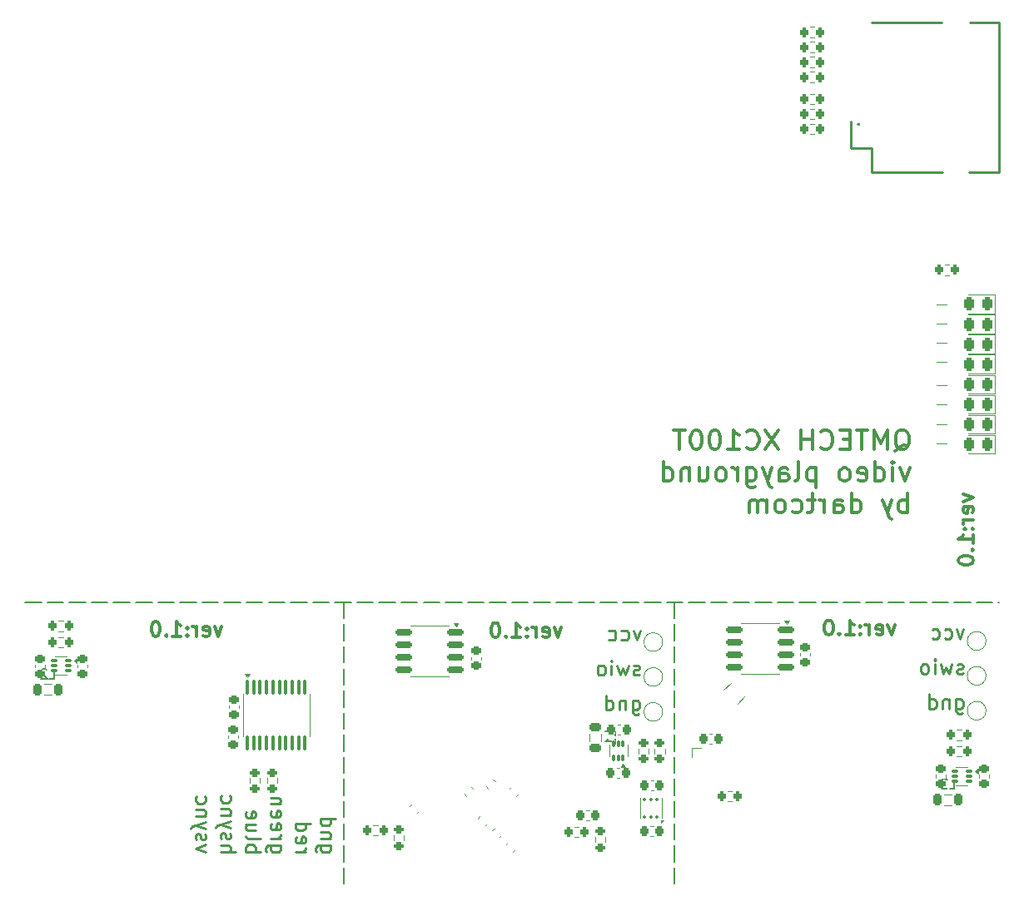
<source format=gbo>
G04 #@! TF.GenerationSoftware,KiCad,Pcbnew,9.0.2-2.fc42*
G04 #@! TF.CreationDate,2025-07-14T12:52:27+03:00*
G04 #@! TF.ProjectId,QMTECH_XC7A100T-Expantion-Board,514d5445-4348-45f5-9843-374131303054,rev?*
G04 #@! TF.SameCoordinates,Original*
G04 #@! TF.FileFunction,Legend,Bot*
G04 #@! TF.FilePolarity,Positive*
%FSLAX46Y46*%
G04 Gerber Fmt 4.6, Leading zero omitted, Abs format (unit mm)*
G04 Created by KiCad (PCBNEW 9.0.2-2.fc42) date 2025-07-14 12:52:27*
%MOMM*%
%LPD*%
G01*
G04 APERTURE LIST*
G04 Aperture macros list*
%AMRoundRect*
0 Rectangle with rounded corners*
0 $1 Rounding radius*
0 $2 $3 $4 $5 $6 $7 $8 $9 X,Y pos of 4 corners*
0 Add a 4 corners polygon primitive as box body*
4,1,4,$2,$3,$4,$5,$6,$7,$8,$9,$2,$3,0*
0 Add four circle primitives for the rounded corners*
1,1,$1+$1,$2,$3*
1,1,$1+$1,$4,$5*
1,1,$1+$1,$6,$7*
1,1,$1+$1,$8,$9*
0 Add four rect primitives between the rounded corners*
20,1,$1+$1,$2,$3,$4,$5,0*
20,1,$1+$1,$4,$5,$6,$7,0*
20,1,$1+$1,$6,$7,$8,$9,0*
20,1,$1+$1,$8,$9,$2,$3,0*%
%AMRotRect*
0 Rectangle, with rotation*
0 The origin of the aperture is its center*
0 $1 length*
0 $2 width*
0 $3 Rotation angle, in degrees counterclockwise*
0 Add horizontal line*
21,1,$1,$2,0,0,$3*%
G04 Aperture macros list end*
%ADD10C,0.150000*%
%ADD11C,0.350000*%
%ADD12C,0.250000*%
%ADD13C,0.300000*%
%ADD14C,0.120000*%
%ADD15C,0.100000*%
%ADD16R,1.700000X1.700000*%
%ADD17C,1.700000*%
%ADD18C,0.600000*%
%ADD19O,2.000000X0.900000*%
%ADD20O,1.700000X0.900000*%
%ADD21C,1.524000*%
%ADD22RoundRect,0.243750X0.243750X0.456250X-0.243750X0.456250X-0.243750X-0.456250X0.243750X-0.456250X0*%
%ADD23C,1.500000*%
%ADD24R,0.800000X0.500000*%
%ADD25RoundRect,0.200000X0.200000X0.275000X-0.200000X0.275000X-0.200000X-0.275000X0.200000X-0.275000X0*%
%ADD26RoundRect,0.225000X0.250000X-0.225000X0.250000X0.225000X-0.250000X0.225000X-0.250000X-0.225000X0*%
%ADD27RoundRect,0.225000X-0.335876X-0.017678X-0.017678X-0.335876X0.335876X0.017678X0.017678X0.335876X0*%
%ADD28RoundRect,0.200000X-0.200000X-0.275000X0.200000X-0.275000X0.200000X0.275000X-0.200000X0.275000X0*%
%ADD29RoundRect,0.200000X-0.275000X0.200000X-0.275000X-0.200000X0.275000X-0.200000X0.275000X0.200000X0*%
%ADD30RoundRect,0.225000X-0.225000X-0.250000X0.225000X-0.250000X0.225000X0.250000X-0.225000X0.250000X0*%
%ADD31RoundRect,0.225000X-0.017678X0.335876X-0.335876X0.017678X0.017678X-0.335876X0.335876X-0.017678X0*%
%ADD32RoundRect,0.225000X-0.250000X0.225000X-0.250000X-0.225000X0.250000X-0.225000X0.250000X0.225000X0*%
%ADD33RoundRect,0.200000X0.275000X-0.200000X0.275000X0.200000X-0.275000X0.200000X-0.275000X-0.200000X0*%
%ADD34RoundRect,0.218750X0.218750X0.381250X-0.218750X0.381250X-0.218750X-0.381250X0.218750X-0.381250X0*%
%ADD35RoundRect,0.087500X0.250000X0.087500X-0.250000X0.087500X-0.250000X-0.087500X0.250000X-0.087500X0*%
%ADD36C,0.800000*%
%ADD37R,1.600000X0.700000*%
%ADD38R,2.200000X1.200000*%
%ADD39R,1.500000X1.200000*%
%ADD40R,1.500000X1.600000*%
%ADD41R,1.300000X1.200000*%
%ADD42RoundRect,0.225000X0.017678X-0.335876X0.335876X-0.017678X-0.017678X0.335876X-0.335876X0.017678X0*%
%ADD43RoundRect,0.218750X0.381250X-0.218750X0.381250X0.218750X-0.381250X0.218750X-0.381250X-0.218750X0*%
%ADD44RoundRect,0.087500X0.087500X-0.250000X0.087500X0.250000X-0.087500X0.250000X-0.087500X-0.250000X0*%
%ADD45RoundRect,0.093750X0.106250X-0.093750X0.106250X0.093750X-0.106250X0.093750X-0.106250X-0.093750X0*%
%ADD46R,1.600000X1.000000*%
%ADD47RoundRect,0.150000X0.675000X0.150000X-0.675000X0.150000X-0.675000X-0.150000X0.675000X-0.150000X0*%
%ADD48RotRect,0.800000X0.500000X225.000000*%
%ADD49RoundRect,0.225000X0.225000X0.250000X-0.225000X0.250000X-0.225000X-0.250000X0.225000X-0.250000X0*%
%ADD50RoundRect,0.100000X-0.100000X0.637500X-0.100000X-0.637500X0.100000X-0.637500X0.100000X0.637500X0*%
G04 APERTURE END LIST*
D10*
X60960000Y-109220000D02*
X62610000Y-109220000D01*
X63210000Y-109220000D02*
X64860000Y-109220000D01*
X65460000Y-109220000D02*
X67110000Y-109220000D01*
X67710000Y-109220000D02*
X69360000Y-109220000D01*
X69960000Y-109220000D02*
X71610000Y-109220000D01*
X72210000Y-109220000D02*
X73860000Y-109220000D01*
X74460000Y-109220000D02*
X76110000Y-109220000D01*
X76710000Y-109220000D02*
X78360000Y-109220000D01*
X78960000Y-109220000D02*
X80610000Y-109220000D01*
X81210000Y-109220000D02*
X82860000Y-109220000D01*
X83460000Y-109220000D02*
X85110000Y-109220000D01*
X85710000Y-109220000D02*
X87360000Y-109220000D01*
X87960000Y-109220000D02*
X89610000Y-109220000D01*
X90210000Y-109220000D02*
X91860000Y-109220000D01*
X92460000Y-109220000D02*
X94110000Y-109220000D01*
X94710000Y-109220000D02*
X96360000Y-109220000D01*
X96960000Y-109220000D02*
X98610000Y-109220000D01*
X99210000Y-109220000D02*
X100860000Y-109220000D01*
X101460000Y-109220000D02*
X103110000Y-109220000D01*
X103710000Y-109220000D02*
X105360000Y-109220000D01*
X105960000Y-109220000D02*
X107610000Y-109220000D01*
X108210000Y-109220000D02*
X109860000Y-109220000D01*
X110460000Y-109220000D02*
X112110000Y-109220000D01*
X112710000Y-109220000D02*
X114360000Y-109220000D01*
X114960000Y-109220000D02*
X116610000Y-109220000D01*
X117210000Y-109220000D02*
X118860000Y-109220000D01*
X119460000Y-109220000D02*
X121110000Y-109220000D01*
X121710000Y-109220000D02*
X123360000Y-109220000D01*
X123960000Y-109220000D02*
X125610000Y-109220000D01*
X126210000Y-109220000D02*
X127860000Y-109220000D01*
X128460000Y-109220000D02*
X130110000Y-109220000D01*
X130710000Y-109220000D02*
X132360000Y-109220000D01*
X132960000Y-109220000D02*
X134610000Y-109220000D01*
X135210000Y-109220000D02*
X136860000Y-109220000D01*
X137460000Y-109220000D02*
X139110000Y-109220000D01*
X139710000Y-109220000D02*
X141360000Y-109220000D01*
X141960000Y-109220000D02*
X143610000Y-109220000D01*
X144210000Y-109220000D02*
X145860000Y-109220000D01*
X146460000Y-109220000D02*
X148110000Y-109220000D01*
X148710000Y-109220000D02*
X150360000Y-109220000D01*
X150960000Y-109220000D02*
X152610000Y-109220000D01*
X153210000Y-109220000D02*
X154860000Y-109220000D01*
X155460000Y-109220000D02*
X157110000Y-109220000D01*
X157710000Y-109220000D02*
X159360000Y-109220000D01*
X159960000Y-109220000D02*
X160020000Y-109220000D01*
X127000000Y-109220000D02*
X127000000Y-110870000D01*
X127000000Y-111470000D02*
X127000000Y-113120000D01*
X127000000Y-113720000D02*
X127000000Y-115370000D01*
X127000000Y-115970000D02*
X127000000Y-117620000D01*
X127000000Y-118220000D02*
X127000000Y-119870000D01*
X127000000Y-120470000D02*
X127000000Y-122120000D01*
X127000000Y-122720000D02*
X127000000Y-124370000D01*
X127000000Y-124970000D02*
X127000000Y-126620000D01*
X127000000Y-127220000D02*
X127000000Y-128870000D01*
X127000000Y-129470000D02*
X127000000Y-131120000D01*
X127000000Y-131720000D02*
X127000000Y-133370000D01*
X127000000Y-133970000D02*
X127000000Y-135620000D01*
X127000000Y-136220000D02*
X127000000Y-137870000D01*
X93345000Y-109220000D02*
X93345000Y-110870000D01*
X93345000Y-111470000D02*
X93345000Y-113120000D01*
X93345000Y-113720000D02*
X93345000Y-115370000D01*
X93345000Y-115970000D02*
X93345000Y-117620000D01*
X93345000Y-118220000D02*
X93345000Y-119870000D01*
X93345000Y-120470000D02*
X93345000Y-122120000D01*
X93345000Y-122720000D02*
X93345000Y-124370000D01*
X93345000Y-124970000D02*
X93345000Y-126620000D01*
X93345000Y-127220000D02*
X93345000Y-128870000D01*
X93345000Y-129470000D02*
X93345000Y-131120000D01*
X93345000Y-131720000D02*
X93345000Y-133370000D01*
X93345000Y-133970000D02*
X93345000Y-135620000D01*
X93345000Y-136220000D02*
X93345000Y-137870000D01*
D11*
X149395013Y-93868538D02*
X149585489Y-93773300D01*
X149585489Y-93773300D02*
X149775965Y-93582824D01*
X149775965Y-93582824D02*
X150061679Y-93297109D01*
X150061679Y-93297109D02*
X150252156Y-93201871D01*
X150252156Y-93201871D02*
X150442632Y-93201871D01*
X150347394Y-93678062D02*
X150537870Y-93582824D01*
X150537870Y-93582824D02*
X150728346Y-93392347D01*
X150728346Y-93392347D02*
X150823584Y-93011395D01*
X150823584Y-93011395D02*
X150823584Y-92344728D01*
X150823584Y-92344728D02*
X150728346Y-91963776D01*
X150728346Y-91963776D02*
X150537870Y-91773300D01*
X150537870Y-91773300D02*
X150347394Y-91678062D01*
X150347394Y-91678062D02*
X149966441Y-91678062D01*
X149966441Y-91678062D02*
X149775965Y-91773300D01*
X149775965Y-91773300D02*
X149585489Y-91963776D01*
X149585489Y-91963776D02*
X149490251Y-92344728D01*
X149490251Y-92344728D02*
X149490251Y-93011395D01*
X149490251Y-93011395D02*
X149585489Y-93392347D01*
X149585489Y-93392347D02*
X149775965Y-93582824D01*
X149775965Y-93582824D02*
X149966441Y-93678062D01*
X149966441Y-93678062D02*
X150347394Y-93678062D01*
X148633108Y-93678062D02*
X148633108Y-91678062D01*
X148633108Y-91678062D02*
X147966441Y-93106633D01*
X147966441Y-93106633D02*
X147299775Y-91678062D01*
X147299775Y-91678062D02*
X147299775Y-93678062D01*
X146633108Y-91678062D02*
X145490251Y-91678062D01*
X146061680Y-93678062D02*
X146061680Y-91678062D01*
X144823584Y-92630443D02*
X144156917Y-92630443D01*
X143871203Y-93678062D02*
X144823584Y-93678062D01*
X144823584Y-93678062D02*
X144823584Y-91678062D01*
X144823584Y-91678062D02*
X143871203Y-91678062D01*
X141871203Y-93487585D02*
X141966441Y-93582824D01*
X141966441Y-93582824D02*
X142252155Y-93678062D01*
X142252155Y-93678062D02*
X142442631Y-93678062D01*
X142442631Y-93678062D02*
X142728346Y-93582824D01*
X142728346Y-93582824D02*
X142918822Y-93392347D01*
X142918822Y-93392347D02*
X143014060Y-93201871D01*
X143014060Y-93201871D02*
X143109298Y-92820919D01*
X143109298Y-92820919D02*
X143109298Y-92535204D01*
X143109298Y-92535204D02*
X143014060Y-92154252D01*
X143014060Y-92154252D02*
X142918822Y-91963776D01*
X142918822Y-91963776D02*
X142728346Y-91773300D01*
X142728346Y-91773300D02*
X142442631Y-91678062D01*
X142442631Y-91678062D02*
X142252155Y-91678062D01*
X142252155Y-91678062D02*
X141966441Y-91773300D01*
X141966441Y-91773300D02*
X141871203Y-91868538D01*
X141014060Y-93678062D02*
X141014060Y-91678062D01*
X141014060Y-92630443D02*
X139871203Y-92630443D01*
X139871203Y-93678062D02*
X139871203Y-91678062D01*
X137585488Y-91678062D02*
X136252155Y-93678062D01*
X136252155Y-91678062D02*
X137585488Y-93678062D01*
X134347393Y-93487585D02*
X134442631Y-93582824D01*
X134442631Y-93582824D02*
X134728345Y-93678062D01*
X134728345Y-93678062D02*
X134918821Y-93678062D01*
X134918821Y-93678062D02*
X135204536Y-93582824D01*
X135204536Y-93582824D02*
X135395012Y-93392347D01*
X135395012Y-93392347D02*
X135490250Y-93201871D01*
X135490250Y-93201871D02*
X135585488Y-92820919D01*
X135585488Y-92820919D02*
X135585488Y-92535204D01*
X135585488Y-92535204D02*
X135490250Y-92154252D01*
X135490250Y-92154252D02*
X135395012Y-91963776D01*
X135395012Y-91963776D02*
X135204536Y-91773300D01*
X135204536Y-91773300D02*
X134918821Y-91678062D01*
X134918821Y-91678062D02*
X134728345Y-91678062D01*
X134728345Y-91678062D02*
X134442631Y-91773300D01*
X134442631Y-91773300D02*
X134347393Y-91868538D01*
X132442631Y-93678062D02*
X133585488Y-93678062D01*
X133014060Y-93678062D02*
X133014060Y-91678062D01*
X133014060Y-91678062D02*
X133204536Y-91963776D01*
X133204536Y-91963776D02*
X133395012Y-92154252D01*
X133395012Y-92154252D02*
X133585488Y-92249490D01*
X131204536Y-91678062D02*
X131014059Y-91678062D01*
X131014059Y-91678062D02*
X130823583Y-91773300D01*
X130823583Y-91773300D02*
X130728345Y-91868538D01*
X130728345Y-91868538D02*
X130633107Y-92059014D01*
X130633107Y-92059014D02*
X130537869Y-92439966D01*
X130537869Y-92439966D02*
X130537869Y-92916157D01*
X130537869Y-92916157D02*
X130633107Y-93297109D01*
X130633107Y-93297109D02*
X130728345Y-93487585D01*
X130728345Y-93487585D02*
X130823583Y-93582824D01*
X130823583Y-93582824D02*
X131014059Y-93678062D01*
X131014059Y-93678062D02*
X131204536Y-93678062D01*
X131204536Y-93678062D02*
X131395012Y-93582824D01*
X131395012Y-93582824D02*
X131490250Y-93487585D01*
X131490250Y-93487585D02*
X131585488Y-93297109D01*
X131585488Y-93297109D02*
X131680726Y-92916157D01*
X131680726Y-92916157D02*
X131680726Y-92439966D01*
X131680726Y-92439966D02*
X131585488Y-92059014D01*
X131585488Y-92059014D02*
X131490250Y-91868538D01*
X131490250Y-91868538D02*
X131395012Y-91773300D01*
X131395012Y-91773300D02*
X131204536Y-91678062D01*
X129299774Y-91678062D02*
X129109297Y-91678062D01*
X129109297Y-91678062D02*
X128918821Y-91773300D01*
X128918821Y-91773300D02*
X128823583Y-91868538D01*
X128823583Y-91868538D02*
X128728345Y-92059014D01*
X128728345Y-92059014D02*
X128633107Y-92439966D01*
X128633107Y-92439966D02*
X128633107Y-92916157D01*
X128633107Y-92916157D02*
X128728345Y-93297109D01*
X128728345Y-93297109D02*
X128823583Y-93487585D01*
X128823583Y-93487585D02*
X128918821Y-93582824D01*
X128918821Y-93582824D02*
X129109297Y-93678062D01*
X129109297Y-93678062D02*
X129299774Y-93678062D01*
X129299774Y-93678062D02*
X129490250Y-93582824D01*
X129490250Y-93582824D02*
X129585488Y-93487585D01*
X129585488Y-93487585D02*
X129680726Y-93297109D01*
X129680726Y-93297109D02*
X129775964Y-92916157D01*
X129775964Y-92916157D02*
X129775964Y-92439966D01*
X129775964Y-92439966D02*
X129680726Y-92059014D01*
X129680726Y-92059014D02*
X129585488Y-91868538D01*
X129585488Y-91868538D02*
X129490250Y-91773300D01*
X129490250Y-91773300D02*
X129299774Y-91678062D01*
X128061678Y-91678062D02*
X126918821Y-91678062D01*
X127490250Y-93678062D02*
X127490250Y-91678062D01*
X150918822Y-95564616D02*
X150442632Y-96897950D01*
X150442632Y-96897950D02*
X149966441Y-95564616D01*
X149204536Y-96897950D02*
X149204536Y-95564616D01*
X149204536Y-94897950D02*
X149299774Y-94993188D01*
X149299774Y-94993188D02*
X149204536Y-95088426D01*
X149204536Y-95088426D02*
X149109298Y-94993188D01*
X149109298Y-94993188D02*
X149204536Y-94897950D01*
X149204536Y-94897950D02*
X149204536Y-95088426D01*
X147395012Y-96897950D02*
X147395012Y-94897950D01*
X147395012Y-96802712D02*
X147585488Y-96897950D01*
X147585488Y-96897950D02*
X147966441Y-96897950D01*
X147966441Y-96897950D02*
X148156917Y-96802712D01*
X148156917Y-96802712D02*
X148252155Y-96707473D01*
X148252155Y-96707473D02*
X148347393Y-96516997D01*
X148347393Y-96516997D02*
X148347393Y-95945569D01*
X148347393Y-95945569D02*
X148252155Y-95755092D01*
X148252155Y-95755092D02*
X148156917Y-95659854D01*
X148156917Y-95659854D02*
X147966441Y-95564616D01*
X147966441Y-95564616D02*
X147585488Y-95564616D01*
X147585488Y-95564616D02*
X147395012Y-95659854D01*
X145680726Y-96802712D02*
X145871202Y-96897950D01*
X145871202Y-96897950D02*
X146252155Y-96897950D01*
X146252155Y-96897950D02*
X146442631Y-96802712D01*
X146442631Y-96802712D02*
X146537869Y-96612235D01*
X146537869Y-96612235D02*
X146537869Y-95850331D01*
X146537869Y-95850331D02*
X146442631Y-95659854D01*
X146442631Y-95659854D02*
X146252155Y-95564616D01*
X146252155Y-95564616D02*
X145871202Y-95564616D01*
X145871202Y-95564616D02*
X145680726Y-95659854D01*
X145680726Y-95659854D02*
X145585488Y-95850331D01*
X145585488Y-95850331D02*
X145585488Y-96040807D01*
X145585488Y-96040807D02*
X146537869Y-96231283D01*
X144442631Y-96897950D02*
X144633107Y-96802712D01*
X144633107Y-96802712D02*
X144728345Y-96707473D01*
X144728345Y-96707473D02*
X144823583Y-96516997D01*
X144823583Y-96516997D02*
X144823583Y-95945569D01*
X144823583Y-95945569D02*
X144728345Y-95755092D01*
X144728345Y-95755092D02*
X144633107Y-95659854D01*
X144633107Y-95659854D02*
X144442631Y-95564616D01*
X144442631Y-95564616D02*
X144156916Y-95564616D01*
X144156916Y-95564616D02*
X143966440Y-95659854D01*
X143966440Y-95659854D02*
X143871202Y-95755092D01*
X143871202Y-95755092D02*
X143775964Y-95945569D01*
X143775964Y-95945569D02*
X143775964Y-96516997D01*
X143775964Y-96516997D02*
X143871202Y-96707473D01*
X143871202Y-96707473D02*
X143966440Y-96802712D01*
X143966440Y-96802712D02*
X144156916Y-96897950D01*
X144156916Y-96897950D02*
X144442631Y-96897950D01*
X141395011Y-95564616D02*
X141395011Y-97564616D01*
X141395011Y-95659854D02*
X141204535Y-95564616D01*
X141204535Y-95564616D02*
X140823582Y-95564616D01*
X140823582Y-95564616D02*
X140633106Y-95659854D01*
X140633106Y-95659854D02*
X140537868Y-95755092D01*
X140537868Y-95755092D02*
X140442630Y-95945569D01*
X140442630Y-95945569D02*
X140442630Y-96516997D01*
X140442630Y-96516997D02*
X140537868Y-96707473D01*
X140537868Y-96707473D02*
X140633106Y-96802712D01*
X140633106Y-96802712D02*
X140823582Y-96897950D01*
X140823582Y-96897950D02*
X141204535Y-96897950D01*
X141204535Y-96897950D02*
X141395011Y-96802712D01*
X139299773Y-96897950D02*
X139490249Y-96802712D01*
X139490249Y-96802712D02*
X139585487Y-96612235D01*
X139585487Y-96612235D02*
X139585487Y-94897950D01*
X137680725Y-96897950D02*
X137680725Y-95850331D01*
X137680725Y-95850331D02*
X137775963Y-95659854D01*
X137775963Y-95659854D02*
X137966439Y-95564616D01*
X137966439Y-95564616D02*
X138347392Y-95564616D01*
X138347392Y-95564616D02*
X138537868Y-95659854D01*
X137680725Y-96802712D02*
X137871201Y-96897950D01*
X137871201Y-96897950D02*
X138347392Y-96897950D01*
X138347392Y-96897950D02*
X138537868Y-96802712D01*
X138537868Y-96802712D02*
X138633106Y-96612235D01*
X138633106Y-96612235D02*
X138633106Y-96421759D01*
X138633106Y-96421759D02*
X138537868Y-96231283D01*
X138537868Y-96231283D02*
X138347392Y-96136045D01*
X138347392Y-96136045D02*
X137871201Y-96136045D01*
X137871201Y-96136045D02*
X137680725Y-96040807D01*
X136918820Y-95564616D02*
X136442630Y-96897950D01*
X135966439Y-95564616D02*
X136442630Y-96897950D01*
X136442630Y-96897950D02*
X136633106Y-97374140D01*
X136633106Y-97374140D02*
X136728344Y-97469378D01*
X136728344Y-97469378D02*
X136918820Y-97564616D01*
X134347391Y-95564616D02*
X134347391Y-97183664D01*
X134347391Y-97183664D02*
X134442629Y-97374140D01*
X134442629Y-97374140D02*
X134537867Y-97469378D01*
X134537867Y-97469378D02*
X134728344Y-97564616D01*
X134728344Y-97564616D02*
X135014058Y-97564616D01*
X135014058Y-97564616D02*
X135204534Y-97469378D01*
X134347391Y-96802712D02*
X134537867Y-96897950D01*
X134537867Y-96897950D02*
X134918820Y-96897950D01*
X134918820Y-96897950D02*
X135109296Y-96802712D01*
X135109296Y-96802712D02*
X135204534Y-96707473D01*
X135204534Y-96707473D02*
X135299772Y-96516997D01*
X135299772Y-96516997D02*
X135299772Y-95945569D01*
X135299772Y-95945569D02*
X135204534Y-95755092D01*
X135204534Y-95755092D02*
X135109296Y-95659854D01*
X135109296Y-95659854D02*
X134918820Y-95564616D01*
X134918820Y-95564616D02*
X134537867Y-95564616D01*
X134537867Y-95564616D02*
X134347391Y-95659854D01*
X133395010Y-96897950D02*
X133395010Y-95564616D01*
X133395010Y-95945569D02*
X133299772Y-95755092D01*
X133299772Y-95755092D02*
X133204534Y-95659854D01*
X133204534Y-95659854D02*
X133014058Y-95564616D01*
X133014058Y-95564616D02*
X132823581Y-95564616D01*
X131871201Y-96897950D02*
X132061677Y-96802712D01*
X132061677Y-96802712D02*
X132156915Y-96707473D01*
X132156915Y-96707473D02*
X132252153Y-96516997D01*
X132252153Y-96516997D02*
X132252153Y-95945569D01*
X132252153Y-95945569D02*
X132156915Y-95755092D01*
X132156915Y-95755092D02*
X132061677Y-95659854D01*
X132061677Y-95659854D02*
X131871201Y-95564616D01*
X131871201Y-95564616D02*
X131585486Y-95564616D01*
X131585486Y-95564616D02*
X131395010Y-95659854D01*
X131395010Y-95659854D02*
X131299772Y-95755092D01*
X131299772Y-95755092D02*
X131204534Y-95945569D01*
X131204534Y-95945569D02*
X131204534Y-96516997D01*
X131204534Y-96516997D02*
X131299772Y-96707473D01*
X131299772Y-96707473D02*
X131395010Y-96802712D01*
X131395010Y-96802712D02*
X131585486Y-96897950D01*
X131585486Y-96897950D02*
X131871201Y-96897950D01*
X129490248Y-95564616D02*
X129490248Y-96897950D01*
X130347391Y-95564616D02*
X130347391Y-96612235D01*
X130347391Y-96612235D02*
X130252153Y-96802712D01*
X130252153Y-96802712D02*
X130061677Y-96897950D01*
X130061677Y-96897950D02*
X129775962Y-96897950D01*
X129775962Y-96897950D02*
X129585486Y-96802712D01*
X129585486Y-96802712D02*
X129490248Y-96707473D01*
X128537867Y-95564616D02*
X128537867Y-96897950D01*
X128537867Y-95755092D02*
X128442629Y-95659854D01*
X128442629Y-95659854D02*
X128252153Y-95564616D01*
X128252153Y-95564616D02*
X127966438Y-95564616D01*
X127966438Y-95564616D02*
X127775962Y-95659854D01*
X127775962Y-95659854D02*
X127680724Y-95850331D01*
X127680724Y-95850331D02*
X127680724Y-96897950D01*
X125871200Y-96897950D02*
X125871200Y-94897950D01*
X125871200Y-96802712D02*
X126061676Y-96897950D01*
X126061676Y-96897950D02*
X126442629Y-96897950D01*
X126442629Y-96897950D02*
X126633105Y-96802712D01*
X126633105Y-96802712D02*
X126728343Y-96707473D01*
X126728343Y-96707473D02*
X126823581Y-96516997D01*
X126823581Y-96516997D02*
X126823581Y-95945569D01*
X126823581Y-95945569D02*
X126728343Y-95755092D01*
X126728343Y-95755092D02*
X126633105Y-95659854D01*
X126633105Y-95659854D02*
X126442629Y-95564616D01*
X126442629Y-95564616D02*
X126061676Y-95564616D01*
X126061676Y-95564616D02*
X125871200Y-95659854D01*
X150728346Y-100117838D02*
X150728346Y-98117838D01*
X150728346Y-98879742D02*
X150537870Y-98784504D01*
X150537870Y-98784504D02*
X150156917Y-98784504D01*
X150156917Y-98784504D02*
X149966441Y-98879742D01*
X149966441Y-98879742D02*
X149871203Y-98974980D01*
X149871203Y-98974980D02*
X149775965Y-99165457D01*
X149775965Y-99165457D02*
X149775965Y-99736885D01*
X149775965Y-99736885D02*
X149871203Y-99927361D01*
X149871203Y-99927361D02*
X149966441Y-100022600D01*
X149966441Y-100022600D02*
X150156917Y-100117838D01*
X150156917Y-100117838D02*
X150537870Y-100117838D01*
X150537870Y-100117838D02*
X150728346Y-100022600D01*
X149109298Y-98784504D02*
X148633108Y-100117838D01*
X148156917Y-98784504D02*
X148633108Y-100117838D01*
X148633108Y-100117838D02*
X148823584Y-100594028D01*
X148823584Y-100594028D02*
X148918822Y-100689266D01*
X148918822Y-100689266D02*
X149109298Y-100784504D01*
X145014059Y-100117838D02*
X145014059Y-98117838D01*
X145014059Y-100022600D02*
X145204535Y-100117838D01*
X145204535Y-100117838D02*
X145585488Y-100117838D01*
X145585488Y-100117838D02*
X145775964Y-100022600D01*
X145775964Y-100022600D02*
X145871202Y-99927361D01*
X145871202Y-99927361D02*
X145966440Y-99736885D01*
X145966440Y-99736885D02*
X145966440Y-99165457D01*
X145966440Y-99165457D02*
X145871202Y-98974980D01*
X145871202Y-98974980D02*
X145775964Y-98879742D01*
X145775964Y-98879742D02*
X145585488Y-98784504D01*
X145585488Y-98784504D02*
X145204535Y-98784504D01*
X145204535Y-98784504D02*
X145014059Y-98879742D01*
X143204535Y-100117838D02*
X143204535Y-99070219D01*
X143204535Y-99070219D02*
X143299773Y-98879742D01*
X143299773Y-98879742D02*
X143490249Y-98784504D01*
X143490249Y-98784504D02*
X143871202Y-98784504D01*
X143871202Y-98784504D02*
X144061678Y-98879742D01*
X143204535Y-100022600D02*
X143395011Y-100117838D01*
X143395011Y-100117838D02*
X143871202Y-100117838D01*
X143871202Y-100117838D02*
X144061678Y-100022600D01*
X144061678Y-100022600D02*
X144156916Y-99832123D01*
X144156916Y-99832123D02*
X144156916Y-99641647D01*
X144156916Y-99641647D02*
X144061678Y-99451171D01*
X144061678Y-99451171D02*
X143871202Y-99355933D01*
X143871202Y-99355933D02*
X143395011Y-99355933D01*
X143395011Y-99355933D02*
X143204535Y-99260695D01*
X142252154Y-100117838D02*
X142252154Y-98784504D01*
X142252154Y-99165457D02*
X142156916Y-98974980D01*
X142156916Y-98974980D02*
X142061678Y-98879742D01*
X142061678Y-98879742D02*
X141871202Y-98784504D01*
X141871202Y-98784504D02*
X141680725Y-98784504D01*
X141299773Y-98784504D02*
X140537869Y-98784504D01*
X141014059Y-98117838D02*
X141014059Y-99832123D01*
X141014059Y-99832123D02*
X140918821Y-100022600D01*
X140918821Y-100022600D02*
X140728345Y-100117838D01*
X140728345Y-100117838D02*
X140537869Y-100117838D01*
X139014059Y-100022600D02*
X139204535Y-100117838D01*
X139204535Y-100117838D02*
X139585488Y-100117838D01*
X139585488Y-100117838D02*
X139775964Y-100022600D01*
X139775964Y-100022600D02*
X139871202Y-99927361D01*
X139871202Y-99927361D02*
X139966440Y-99736885D01*
X139966440Y-99736885D02*
X139966440Y-99165457D01*
X139966440Y-99165457D02*
X139871202Y-98974980D01*
X139871202Y-98974980D02*
X139775964Y-98879742D01*
X139775964Y-98879742D02*
X139585488Y-98784504D01*
X139585488Y-98784504D02*
X139204535Y-98784504D01*
X139204535Y-98784504D02*
X139014059Y-98879742D01*
X137871202Y-100117838D02*
X138061678Y-100022600D01*
X138061678Y-100022600D02*
X138156916Y-99927361D01*
X138156916Y-99927361D02*
X138252154Y-99736885D01*
X138252154Y-99736885D02*
X138252154Y-99165457D01*
X138252154Y-99165457D02*
X138156916Y-98974980D01*
X138156916Y-98974980D02*
X138061678Y-98879742D01*
X138061678Y-98879742D02*
X137871202Y-98784504D01*
X137871202Y-98784504D02*
X137585487Y-98784504D01*
X137585487Y-98784504D02*
X137395011Y-98879742D01*
X137395011Y-98879742D02*
X137299773Y-98974980D01*
X137299773Y-98974980D02*
X137204535Y-99165457D01*
X137204535Y-99165457D02*
X137204535Y-99736885D01*
X137204535Y-99736885D02*
X137299773Y-99927361D01*
X137299773Y-99927361D02*
X137395011Y-100022600D01*
X137395011Y-100022600D02*
X137585487Y-100117838D01*
X137585487Y-100117838D02*
X137871202Y-100117838D01*
X136347392Y-100117838D02*
X136347392Y-98784504D01*
X136347392Y-98974980D02*
X136252154Y-98879742D01*
X136252154Y-98879742D02*
X136061678Y-98784504D01*
X136061678Y-98784504D02*
X135775963Y-98784504D01*
X135775963Y-98784504D02*
X135585487Y-98879742D01*
X135585487Y-98879742D02*
X135490249Y-99070219D01*
X135490249Y-99070219D02*
X135490249Y-100117838D01*
X135490249Y-99070219D02*
X135395011Y-98879742D01*
X135395011Y-98879742D02*
X135204535Y-98784504D01*
X135204535Y-98784504D02*
X134918821Y-98784504D01*
X134918821Y-98784504D02*
X134728344Y-98879742D01*
X134728344Y-98879742D02*
X134633106Y-99070219D01*
X134633106Y-99070219D02*
X134633106Y-100117838D01*
D12*
X79301571Y-134622241D02*
X78301571Y-134265098D01*
X78301571Y-134265098D02*
X79301571Y-133907955D01*
X78373000Y-133407955D02*
X78301571Y-133265098D01*
X78301571Y-133265098D02*
X78301571Y-132979384D01*
X78301571Y-132979384D02*
X78373000Y-132836527D01*
X78373000Y-132836527D02*
X78515857Y-132765098D01*
X78515857Y-132765098D02*
X78587285Y-132765098D01*
X78587285Y-132765098D02*
X78730142Y-132836527D01*
X78730142Y-132836527D02*
X78801571Y-132979384D01*
X78801571Y-132979384D02*
X78801571Y-133193670D01*
X78801571Y-133193670D02*
X78873000Y-133336527D01*
X78873000Y-133336527D02*
X79015857Y-133407955D01*
X79015857Y-133407955D02*
X79087285Y-133407955D01*
X79087285Y-133407955D02*
X79230142Y-133336527D01*
X79230142Y-133336527D02*
X79301571Y-133193670D01*
X79301571Y-133193670D02*
X79301571Y-132979384D01*
X79301571Y-132979384D02*
X79230142Y-132836527D01*
X79301571Y-132265098D02*
X78301571Y-131907955D01*
X79301571Y-131550812D02*
X78301571Y-131907955D01*
X78301571Y-131907955D02*
X77944428Y-132050812D01*
X77944428Y-132050812D02*
X77873000Y-132122241D01*
X77873000Y-132122241D02*
X77801571Y-132265098D01*
X79301571Y-130979384D02*
X78301571Y-130979384D01*
X79158714Y-130979384D02*
X79230142Y-130907955D01*
X79230142Y-130907955D02*
X79301571Y-130765098D01*
X79301571Y-130765098D02*
X79301571Y-130550812D01*
X79301571Y-130550812D02*
X79230142Y-130407955D01*
X79230142Y-130407955D02*
X79087285Y-130336527D01*
X79087285Y-130336527D02*
X78301571Y-130336527D01*
X78373000Y-128979384D02*
X78301571Y-129122241D01*
X78301571Y-129122241D02*
X78301571Y-129407955D01*
X78301571Y-129407955D02*
X78373000Y-129550812D01*
X78373000Y-129550812D02*
X78444428Y-129622241D01*
X78444428Y-129622241D02*
X78587285Y-129693669D01*
X78587285Y-129693669D02*
X79015857Y-129693669D01*
X79015857Y-129693669D02*
X79158714Y-129622241D01*
X79158714Y-129622241D02*
X79230142Y-129550812D01*
X79230142Y-129550812D02*
X79301571Y-129407955D01*
X79301571Y-129407955D02*
X79301571Y-129122241D01*
X79301571Y-129122241D02*
X79230142Y-128979384D01*
X86921571Y-133963527D02*
X85707285Y-133963527D01*
X85707285Y-133963527D02*
X85564428Y-134034955D01*
X85564428Y-134034955D02*
X85493000Y-134106384D01*
X85493000Y-134106384D02*
X85421571Y-134249241D01*
X85421571Y-134249241D02*
X85421571Y-134463527D01*
X85421571Y-134463527D02*
X85493000Y-134606384D01*
X85993000Y-133963527D02*
X85921571Y-134106384D01*
X85921571Y-134106384D02*
X85921571Y-134392098D01*
X85921571Y-134392098D02*
X85993000Y-134534955D01*
X85993000Y-134534955D02*
X86064428Y-134606384D01*
X86064428Y-134606384D02*
X86207285Y-134677812D01*
X86207285Y-134677812D02*
X86635857Y-134677812D01*
X86635857Y-134677812D02*
X86778714Y-134606384D01*
X86778714Y-134606384D02*
X86850142Y-134534955D01*
X86850142Y-134534955D02*
X86921571Y-134392098D01*
X86921571Y-134392098D02*
X86921571Y-134106384D01*
X86921571Y-134106384D02*
X86850142Y-133963527D01*
X85921571Y-133249241D02*
X86921571Y-133249241D01*
X86635857Y-133249241D02*
X86778714Y-133177812D01*
X86778714Y-133177812D02*
X86850142Y-133106384D01*
X86850142Y-133106384D02*
X86921571Y-132963526D01*
X86921571Y-132963526D02*
X86921571Y-132820669D01*
X85993000Y-131749241D02*
X85921571Y-131892098D01*
X85921571Y-131892098D02*
X85921571Y-132177813D01*
X85921571Y-132177813D02*
X85993000Y-132320670D01*
X85993000Y-132320670D02*
X86135857Y-132392098D01*
X86135857Y-132392098D02*
X86707285Y-132392098D01*
X86707285Y-132392098D02*
X86850142Y-132320670D01*
X86850142Y-132320670D02*
X86921571Y-132177813D01*
X86921571Y-132177813D02*
X86921571Y-131892098D01*
X86921571Y-131892098D02*
X86850142Y-131749241D01*
X86850142Y-131749241D02*
X86707285Y-131677813D01*
X86707285Y-131677813D02*
X86564428Y-131677813D01*
X86564428Y-131677813D02*
X86421571Y-132392098D01*
X85993000Y-130463527D02*
X85921571Y-130606384D01*
X85921571Y-130606384D02*
X85921571Y-130892099D01*
X85921571Y-130892099D02*
X85993000Y-131034956D01*
X85993000Y-131034956D02*
X86135857Y-131106384D01*
X86135857Y-131106384D02*
X86707285Y-131106384D01*
X86707285Y-131106384D02*
X86850142Y-131034956D01*
X86850142Y-131034956D02*
X86921571Y-130892099D01*
X86921571Y-130892099D02*
X86921571Y-130606384D01*
X86921571Y-130606384D02*
X86850142Y-130463527D01*
X86850142Y-130463527D02*
X86707285Y-130392099D01*
X86707285Y-130392099D02*
X86564428Y-130392099D01*
X86564428Y-130392099D02*
X86421571Y-131106384D01*
X86921571Y-129749242D02*
X85921571Y-129749242D01*
X86778714Y-129749242D02*
X86850142Y-129677813D01*
X86850142Y-129677813D02*
X86921571Y-129534956D01*
X86921571Y-129534956D02*
X86921571Y-129320670D01*
X86921571Y-129320670D02*
X86850142Y-129177813D01*
X86850142Y-129177813D02*
X86707285Y-129106385D01*
X86707285Y-129106385D02*
X85921571Y-129106385D01*
X156405241Y-111972428D02*
X156048098Y-112972428D01*
X156048098Y-112972428D02*
X155690955Y-111972428D01*
X154476670Y-112901000D02*
X154619527Y-112972428D01*
X154619527Y-112972428D02*
X154905241Y-112972428D01*
X154905241Y-112972428D02*
X155048098Y-112901000D01*
X155048098Y-112901000D02*
X155119527Y-112829571D01*
X155119527Y-112829571D02*
X155190955Y-112686714D01*
X155190955Y-112686714D02*
X155190955Y-112258142D01*
X155190955Y-112258142D02*
X155119527Y-112115285D01*
X155119527Y-112115285D02*
X155048098Y-112043857D01*
X155048098Y-112043857D02*
X154905241Y-111972428D01*
X154905241Y-111972428D02*
X154619527Y-111972428D01*
X154619527Y-111972428D02*
X154476670Y-112043857D01*
X153190956Y-112901000D02*
X153333813Y-112972428D01*
X153333813Y-112972428D02*
X153619527Y-112972428D01*
X153619527Y-112972428D02*
X153762384Y-112901000D01*
X153762384Y-112901000D02*
X153833813Y-112829571D01*
X153833813Y-112829571D02*
X153905241Y-112686714D01*
X153905241Y-112686714D02*
X153905241Y-112258142D01*
X153905241Y-112258142D02*
X153833813Y-112115285D01*
X153833813Y-112115285D02*
X153762384Y-112043857D01*
X153762384Y-112043857D02*
X153619527Y-111972428D01*
X153619527Y-111972428D02*
X153333813Y-111972428D01*
X153333813Y-111972428D02*
X153190956Y-112043857D01*
X83381571Y-134606384D02*
X84881571Y-134606384D01*
X84310142Y-134606384D02*
X84381571Y-134463527D01*
X84381571Y-134463527D02*
X84381571Y-134177812D01*
X84381571Y-134177812D02*
X84310142Y-134034955D01*
X84310142Y-134034955D02*
X84238714Y-133963527D01*
X84238714Y-133963527D02*
X84095857Y-133892098D01*
X84095857Y-133892098D02*
X83667285Y-133892098D01*
X83667285Y-133892098D02*
X83524428Y-133963527D01*
X83524428Y-133963527D02*
X83453000Y-134034955D01*
X83453000Y-134034955D02*
X83381571Y-134177812D01*
X83381571Y-134177812D02*
X83381571Y-134463527D01*
X83381571Y-134463527D02*
X83453000Y-134606384D01*
X83381571Y-133034955D02*
X83453000Y-133177812D01*
X83453000Y-133177812D02*
X83595857Y-133249241D01*
X83595857Y-133249241D02*
X84881571Y-133249241D01*
X84381571Y-131820670D02*
X83381571Y-131820670D01*
X84381571Y-132463527D02*
X83595857Y-132463527D01*
X83595857Y-132463527D02*
X83453000Y-132392098D01*
X83453000Y-132392098D02*
X83381571Y-132249241D01*
X83381571Y-132249241D02*
X83381571Y-132034955D01*
X83381571Y-132034955D02*
X83453000Y-131892098D01*
X83453000Y-131892098D02*
X83524428Y-131820670D01*
X83453000Y-130534955D02*
X83381571Y-130677812D01*
X83381571Y-130677812D02*
X83381571Y-130963527D01*
X83381571Y-130963527D02*
X83453000Y-131106384D01*
X83453000Y-131106384D02*
X83595857Y-131177812D01*
X83595857Y-131177812D02*
X84167285Y-131177812D01*
X84167285Y-131177812D02*
X84310142Y-131106384D01*
X84310142Y-131106384D02*
X84381571Y-130963527D01*
X84381571Y-130963527D02*
X84381571Y-130677812D01*
X84381571Y-130677812D02*
X84310142Y-130534955D01*
X84310142Y-130534955D02*
X84167285Y-130463527D01*
X84167285Y-130463527D02*
X84024428Y-130463527D01*
X84024428Y-130463527D02*
X83881571Y-131177812D01*
X123512241Y-112087428D02*
X123155098Y-113087428D01*
X123155098Y-113087428D02*
X122797955Y-112087428D01*
X121583670Y-113016000D02*
X121726527Y-113087428D01*
X121726527Y-113087428D02*
X122012241Y-113087428D01*
X122012241Y-113087428D02*
X122155098Y-113016000D01*
X122155098Y-113016000D02*
X122226527Y-112944571D01*
X122226527Y-112944571D02*
X122297955Y-112801714D01*
X122297955Y-112801714D02*
X122297955Y-112373142D01*
X122297955Y-112373142D02*
X122226527Y-112230285D01*
X122226527Y-112230285D02*
X122155098Y-112158857D01*
X122155098Y-112158857D02*
X122012241Y-112087428D01*
X122012241Y-112087428D02*
X121726527Y-112087428D01*
X121726527Y-112087428D02*
X121583670Y-112158857D01*
X120297956Y-113016000D02*
X120440813Y-113087428D01*
X120440813Y-113087428D02*
X120726527Y-113087428D01*
X120726527Y-113087428D02*
X120869384Y-113016000D01*
X120869384Y-113016000D02*
X120940813Y-112944571D01*
X120940813Y-112944571D02*
X121012241Y-112801714D01*
X121012241Y-112801714D02*
X121012241Y-112373142D01*
X121012241Y-112373142D02*
X120940813Y-112230285D01*
X120940813Y-112230285D02*
X120869384Y-112158857D01*
X120869384Y-112158857D02*
X120726527Y-112087428D01*
X120726527Y-112087428D02*
X120440813Y-112087428D01*
X120440813Y-112087428D02*
X120297956Y-112158857D01*
X155619527Y-119072428D02*
X155619527Y-120286714D01*
X155619527Y-120286714D02*
X155690955Y-120429571D01*
X155690955Y-120429571D02*
X155762384Y-120501000D01*
X155762384Y-120501000D02*
X155905241Y-120572428D01*
X155905241Y-120572428D02*
X156119527Y-120572428D01*
X156119527Y-120572428D02*
X156262384Y-120501000D01*
X155619527Y-120001000D02*
X155762384Y-120072428D01*
X155762384Y-120072428D02*
X156048098Y-120072428D01*
X156048098Y-120072428D02*
X156190955Y-120001000D01*
X156190955Y-120001000D02*
X156262384Y-119929571D01*
X156262384Y-119929571D02*
X156333812Y-119786714D01*
X156333812Y-119786714D02*
X156333812Y-119358142D01*
X156333812Y-119358142D02*
X156262384Y-119215285D01*
X156262384Y-119215285D02*
X156190955Y-119143857D01*
X156190955Y-119143857D02*
X156048098Y-119072428D01*
X156048098Y-119072428D02*
X155762384Y-119072428D01*
X155762384Y-119072428D02*
X155619527Y-119143857D01*
X154905241Y-119072428D02*
X154905241Y-120072428D01*
X154905241Y-119215285D02*
X154833812Y-119143857D01*
X154833812Y-119143857D02*
X154690955Y-119072428D01*
X154690955Y-119072428D02*
X154476669Y-119072428D01*
X154476669Y-119072428D02*
X154333812Y-119143857D01*
X154333812Y-119143857D02*
X154262384Y-119286714D01*
X154262384Y-119286714D02*
X154262384Y-120072428D01*
X152905241Y-120072428D02*
X152905241Y-118572428D01*
X152905241Y-120001000D02*
X153048098Y-120072428D01*
X153048098Y-120072428D02*
X153333812Y-120072428D01*
X153333812Y-120072428D02*
X153476669Y-120001000D01*
X153476669Y-120001000D02*
X153548098Y-119929571D01*
X153548098Y-119929571D02*
X153619526Y-119786714D01*
X153619526Y-119786714D02*
X153619526Y-119358142D01*
X153619526Y-119358142D02*
X153548098Y-119215285D01*
X153548098Y-119215285D02*
X153476669Y-119143857D01*
X153476669Y-119143857D02*
X153333812Y-119072428D01*
X153333812Y-119072428D02*
X153048098Y-119072428D01*
X153048098Y-119072428D02*
X152905241Y-119143857D01*
X122726527Y-119187428D02*
X122726527Y-120401714D01*
X122726527Y-120401714D02*
X122797955Y-120544571D01*
X122797955Y-120544571D02*
X122869384Y-120616000D01*
X122869384Y-120616000D02*
X123012241Y-120687428D01*
X123012241Y-120687428D02*
X123226527Y-120687428D01*
X123226527Y-120687428D02*
X123369384Y-120616000D01*
X122726527Y-120116000D02*
X122869384Y-120187428D01*
X122869384Y-120187428D02*
X123155098Y-120187428D01*
X123155098Y-120187428D02*
X123297955Y-120116000D01*
X123297955Y-120116000D02*
X123369384Y-120044571D01*
X123369384Y-120044571D02*
X123440812Y-119901714D01*
X123440812Y-119901714D02*
X123440812Y-119473142D01*
X123440812Y-119473142D02*
X123369384Y-119330285D01*
X123369384Y-119330285D02*
X123297955Y-119258857D01*
X123297955Y-119258857D02*
X123155098Y-119187428D01*
X123155098Y-119187428D02*
X122869384Y-119187428D01*
X122869384Y-119187428D02*
X122726527Y-119258857D01*
X122012241Y-119187428D02*
X122012241Y-120187428D01*
X122012241Y-119330285D02*
X121940812Y-119258857D01*
X121940812Y-119258857D02*
X121797955Y-119187428D01*
X121797955Y-119187428D02*
X121583669Y-119187428D01*
X121583669Y-119187428D02*
X121440812Y-119258857D01*
X121440812Y-119258857D02*
X121369384Y-119401714D01*
X121369384Y-119401714D02*
X121369384Y-120187428D01*
X120012241Y-120187428D02*
X120012241Y-118687428D01*
X120012241Y-120116000D02*
X120155098Y-120187428D01*
X120155098Y-120187428D02*
X120440812Y-120187428D01*
X120440812Y-120187428D02*
X120583669Y-120116000D01*
X120583669Y-120116000D02*
X120655098Y-120044571D01*
X120655098Y-120044571D02*
X120726526Y-119901714D01*
X120726526Y-119901714D02*
X120726526Y-119473142D01*
X120726526Y-119473142D02*
X120655098Y-119330285D01*
X120655098Y-119330285D02*
X120583669Y-119258857D01*
X120583669Y-119258857D02*
X120440812Y-119187428D01*
X120440812Y-119187428D02*
X120155098Y-119187428D01*
X120155098Y-119187428D02*
X120012241Y-119258857D01*
X88461571Y-134606384D02*
X89461571Y-134606384D01*
X89175857Y-134606384D02*
X89318714Y-134534955D01*
X89318714Y-134534955D02*
X89390142Y-134463527D01*
X89390142Y-134463527D02*
X89461571Y-134320669D01*
X89461571Y-134320669D02*
X89461571Y-134177812D01*
X88533000Y-133106384D02*
X88461571Y-133249241D01*
X88461571Y-133249241D02*
X88461571Y-133534956D01*
X88461571Y-133534956D02*
X88533000Y-133677813D01*
X88533000Y-133677813D02*
X88675857Y-133749241D01*
X88675857Y-133749241D02*
X89247285Y-133749241D01*
X89247285Y-133749241D02*
X89390142Y-133677813D01*
X89390142Y-133677813D02*
X89461571Y-133534956D01*
X89461571Y-133534956D02*
X89461571Y-133249241D01*
X89461571Y-133249241D02*
X89390142Y-133106384D01*
X89390142Y-133106384D02*
X89247285Y-133034956D01*
X89247285Y-133034956D02*
X89104428Y-133034956D01*
X89104428Y-133034956D02*
X88961571Y-133749241D01*
X88461571Y-131749242D02*
X89961571Y-131749242D01*
X88533000Y-131749242D02*
X88461571Y-131892099D01*
X88461571Y-131892099D02*
X88461571Y-132177813D01*
X88461571Y-132177813D02*
X88533000Y-132320670D01*
X88533000Y-132320670D02*
X88604428Y-132392099D01*
X88604428Y-132392099D02*
X88747285Y-132463527D01*
X88747285Y-132463527D02*
X89175857Y-132463527D01*
X89175857Y-132463527D02*
X89318714Y-132392099D01*
X89318714Y-132392099D02*
X89390142Y-132320670D01*
X89390142Y-132320670D02*
X89461571Y-132177813D01*
X89461571Y-132177813D02*
X89461571Y-131892099D01*
X89461571Y-131892099D02*
X89390142Y-131749242D01*
X80841571Y-134606384D02*
X82341571Y-134606384D01*
X80841571Y-133963527D02*
X81627285Y-133963527D01*
X81627285Y-133963527D02*
X81770142Y-134034955D01*
X81770142Y-134034955D02*
X81841571Y-134177812D01*
X81841571Y-134177812D02*
X81841571Y-134392098D01*
X81841571Y-134392098D02*
X81770142Y-134534955D01*
X81770142Y-134534955D02*
X81698714Y-134606384D01*
X80913000Y-133320669D02*
X80841571Y-133177812D01*
X80841571Y-133177812D02*
X80841571Y-132892098D01*
X80841571Y-132892098D02*
X80913000Y-132749241D01*
X80913000Y-132749241D02*
X81055857Y-132677812D01*
X81055857Y-132677812D02*
X81127285Y-132677812D01*
X81127285Y-132677812D02*
X81270142Y-132749241D01*
X81270142Y-132749241D02*
X81341571Y-132892098D01*
X81341571Y-132892098D02*
X81341571Y-133106384D01*
X81341571Y-133106384D02*
X81413000Y-133249241D01*
X81413000Y-133249241D02*
X81555857Y-133320669D01*
X81555857Y-133320669D02*
X81627285Y-133320669D01*
X81627285Y-133320669D02*
X81770142Y-133249241D01*
X81770142Y-133249241D02*
X81841571Y-133106384D01*
X81841571Y-133106384D02*
X81841571Y-132892098D01*
X81841571Y-132892098D02*
X81770142Y-132749241D01*
X81841571Y-132177812D02*
X80841571Y-131820669D01*
X81841571Y-131463526D02*
X80841571Y-131820669D01*
X80841571Y-131820669D02*
X80484428Y-131963526D01*
X80484428Y-131963526D02*
X80413000Y-132034955D01*
X80413000Y-132034955D02*
X80341571Y-132177812D01*
X81841571Y-130892098D02*
X80841571Y-130892098D01*
X81698714Y-130892098D02*
X81770142Y-130820669D01*
X81770142Y-130820669D02*
X81841571Y-130677812D01*
X81841571Y-130677812D02*
X81841571Y-130463526D01*
X81841571Y-130463526D02*
X81770142Y-130320669D01*
X81770142Y-130320669D02*
X81627285Y-130249241D01*
X81627285Y-130249241D02*
X80841571Y-130249241D01*
X80913000Y-128892098D02*
X80841571Y-129034955D01*
X80841571Y-129034955D02*
X80841571Y-129320669D01*
X80841571Y-129320669D02*
X80913000Y-129463526D01*
X80913000Y-129463526D02*
X80984428Y-129534955D01*
X80984428Y-129534955D02*
X81127285Y-129606383D01*
X81127285Y-129606383D02*
X81555857Y-129606383D01*
X81555857Y-129606383D02*
X81698714Y-129534955D01*
X81698714Y-129534955D02*
X81770142Y-129463526D01*
X81770142Y-129463526D02*
X81841571Y-129320669D01*
X81841571Y-129320669D02*
X81841571Y-129034955D01*
X81841571Y-129034955D02*
X81770142Y-128892098D01*
D13*
X149403142Y-111565328D02*
X149045999Y-112565328D01*
X149045999Y-112565328D02*
X148688856Y-111565328D01*
X147545999Y-112493900D02*
X147688856Y-112565328D01*
X147688856Y-112565328D02*
X147974571Y-112565328D01*
X147974571Y-112565328D02*
X148117428Y-112493900D01*
X148117428Y-112493900D02*
X148188856Y-112351042D01*
X148188856Y-112351042D02*
X148188856Y-111779614D01*
X148188856Y-111779614D02*
X148117428Y-111636757D01*
X148117428Y-111636757D02*
X147974571Y-111565328D01*
X147974571Y-111565328D02*
X147688856Y-111565328D01*
X147688856Y-111565328D02*
X147545999Y-111636757D01*
X147545999Y-111636757D02*
X147474571Y-111779614D01*
X147474571Y-111779614D02*
X147474571Y-111922471D01*
X147474571Y-111922471D02*
X148188856Y-112065328D01*
X146831714Y-112565328D02*
X146831714Y-111565328D01*
X146831714Y-111851042D02*
X146760285Y-111708185D01*
X146760285Y-111708185D02*
X146688857Y-111636757D01*
X146688857Y-111636757D02*
X146545999Y-111565328D01*
X146545999Y-111565328D02*
X146403142Y-111565328D01*
X145903143Y-112422471D02*
X145831714Y-112493900D01*
X145831714Y-112493900D02*
X145903143Y-112565328D01*
X145903143Y-112565328D02*
X145974571Y-112493900D01*
X145974571Y-112493900D02*
X145903143Y-112422471D01*
X145903143Y-112422471D02*
X145903143Y-112565328D01*
X145903143Y-111636757D02*
X145831714Y-111708185D01*
X145831714Y-111708185D02*
X145903143Y-111779614D01*
X145903143Y-111779614D02*
X145974571Y-111708185D01*
X145974571Y-111708185D02*
X145903143Y-111636757D01*
X145903143Y-111636757D02*
X145903143Y-111779614D01*
X144403142Y-112565328D02*
X145260285Y-112565328D01*
X144831714Y-112565328D02*
X144831714Y-111065328D01*
X144831714Y-111065328D02*
X144974571Y-111279614D01*
X144974571Y-111279614D02*
X145117428Y-111422471D01*
X145117428Y-111422471D02*
X145260285Y-111493900D01*
X143760286Y-112422471D02*
X143688857Y-112493900D01*
X143688857Y-112493900D02*
X143760286Y-112565328D01*
X143760286Y-112565328D02*
X143831714Y-112493900D01*
X143831714Y-112493900D02*
X143760286Y-112422471D01*
X143760286Y-112422471D02*
X143760286Y-112565328D01*
X142760285Y-111065328D02*
X142617428Y-111065328D01*
X142617428Y-111065328D02*
X142474571Y-111136757D01*
X142474571Y-111136757D02*
X142403143Y-111208185D01*
X142403143Y-111208185D02*
X142331714Y-111351042D01*
X142331714Y-111351042D02*
X142260285Y-111636757D01*
X142260285Y-111636757D02*
X142260285Y-111993900D01*
X142260285Y-111993900D02*
X142331714Y-112279614D01*
X142331714Y-112279614D02*
X142403143Y-112422471D01*
X142403143Y-112422471D02*
X142474571Y-112493900D01*
X142474571Y-112493900D02*
X142617428Y-112565328D01*
X142617428Y-112565328D02*
X142760285Y-112565328D01*
X142760285Y-112565328D02*
X142903143Y-112493900D01*
X142903143Y-112493900D02*
X142974571Y-112422471D01*
X142974571Y-112422471D02*
X143046000Y-112279614D01*
X143046000Y-112279614D02*
X143117428Y-111993900D01*
X143117428Y-111993900D02*
X143117428Y-111636757D01*
X143117428Y-111636757D02*
X143046000Y-111351042D01*
X143046000Y-111351042D02*
X142974571Y-111208185D01*
X142974571Y-111208185D02*
X142903143Y-111136757D01*
X142903143Y-111136757D02*
X142760285Y-111065328D01*
D12*
X123440812Y-116566000D02*
X123297955Y-116637428D01*
X123297955Y-116637428D02*
X123012241Y-116637428D01*
X123012241Y-116637428D02*
X122869384Y-116566000D01*
X122869384Y-116566000D02*
X122797955Y-116423142D01*
X122797955Y-116423142D02*
X122797955Y-116351714D01*
X122797955Y-116351714D02*
X122869384Y-116208857D01*
X122869384Y-116208857D02*
X123012241Y-116137428D01*
X123012241Y-116137428D02*
X123226527Y-116137428D01*
X123226527Y-116137428D02*
X123369384Y-116066000D01*
X123369384Y-116066000D02*
X123440812Y-115923142D01*
X123440812Y-115923142D02*
X123440812Y-115851714D01*
X123440812Y-115851714D02*
X123369384Y-115708857D01*
X123369384Y-115708857D02*
X123226527Y-115637428D01*
X123226527Y-115637428D02*
X123012241Y-115637428D01*
X123012241Y-115637428D02*
X122869384Y-115708857D01*
X122297955Y-115637428D02*
X122012241Y-116637428D01*
X122012241Y-116637428D02*
X121726526Y-115923142D01*
X121726526Y-115923142D02*
X121440812Y-116637428D01*
X121440812Y-116637428D02*
X121155098Y-115637428D01*
X120583669Y-116637428D02*
X120583669Y-115637428D01*
X120583669Y-115137428D02*
X120655097Y-115208857D01*
X120655097Y-115208857D02*
X120583669Y-115280285D01*
X120583669Y-115280285D02*
X120512240Y-115208857D01*
X120512240Y-115208857D02*
X120583669Y-115137428D01*
X120583669Y-115137428D02*
X120583669Y-115280285D01*
X119655097Y-116637428D02*
X119797954Y-116566000D01*
X119797954Y-116566000D02*
X119869383Y-116494571D01*
X119869383Y-116494571D02*
X119940811Y-116351714D01*
X119940811Y-116351714D02*
X119940811Y-115923142D01*
X119940811Y-115923142D02*
X119869383Y-115780285D01*
X119869383Y-115780285D02*
X119797954Y-115708857D01*
X119797954Y-115708857D02*
X119655097Y-115637428D01*
X119655097Y-115637428D02*
X119440811Y-115637428D01*
X119440811Y-115637428D02*
X119297954Y-115708857D01*
X119297954Y-115708857D02*
X119226526Y-115780285D01*
X119226526Y-115780285D02*
X119155097Y-115923142D01*
X119155097Y-115923142D02*
X119155097Y-116351714D01*
X119155097Y-116351714D02*
X119226526Y-116494571D01*
X119226526Y-116494571D02*
X119297954Y-116566000D01*
X119297954Y-116566000D02*
X119440811Y-116637428D01*
X119440811Y-116637428D02*
X119655097Y-116637428D01*
D13*
X156396328Y-98246857D02*
X157396328Y-98604000D01*
X157396328Y-98604000D02*
X156396328Y-98961143D01*
X157324900Y-100104000D02*
X157396328Y-99961143D01*
X157396328Y-99961143D02*
X157396328Y-99675429D01*
X157396328Y-99675429D02*
X157324900Y-99532571D01*
X157324900Y-99532571D02*
X157182042Y-99461143D01*
X157182042Y-99461143D02*
X156610614Y-99461143D01*
X156610614Y-99461143D02*
X156467757Y-99532571D01*
X156467757Y-99532571D02*
X156396328Y-99675429D01*
X156396328Y-99675429D02*
X156396328Y-99961143D01*
X156396328Y-99961143D02*
X156467757Y-100104000D01*
X156467757Y-100104000D02*
X156610614Y-100175429D01*
X156610614Y-100175429D02*
X156753471Y-100175429D01*
X156753471Y-100175429D02*
X156896328Y-99461143D01*
X157396328Y-100818285D02*
X156396328Y-100818285D01*
X156682042Y-100818285D02*
X156539185Y-100889714D01*
X156539185Y-100889714D02*
X156467757Y-100961143D01*
X156467757Y-100961143D02*
X156396328Y-101104000D01*
X156396328Y-101104000D02*
X156396328Y-101246857D01*
X157253471Y-101746856D02*
X157324900Y-101818285D01*
X157324900Y-101818285D02*
X157396328Y-101746856D01*
X157396328Y-101746856D02*
X157324900Y-101675428D01*
X157324900Y-101675428D02*
X157253471Y-101746856D01*
X157253471Y-101746856D02*
X157396328Y-101746856D01*
X156467757Y-101746856D02*
X156539185Y-101818285D01*
X156539185Y-101818285D02*
X156610614Y-101746856D01*
X156610614Y-101746856D02*
X156539185Y-101675428D01*
X156539185Y-101675428D02*
X156467757Y-101746856D01*
X156467757Y-101746856D02*
X156610614Y-101746856D01*
X157396328Y-103246857D02*
X157396328Y-102389714D01*
X157396328Y-102818285D02*
X155896328Y-102818285D01*
X155896328Y-102818285D02*
X156110614Y-102675428D01*
X156110614Y-102675428D02*
X156253471Y-102532571D01*
X156253471Y-102532571D02*
X156324900Y-102389714D01*
X157253471Y-103889713D02*
X157324900Y-103961142D01*
X157324900Y-103961142D02*
X157396328Y-103889713D01*
X157396328Y-103889713D02*
X157324900Y-103818285D01*
X157324900Y-103818285D02*
X157253471Y-103889713D01*
X157253471Y-103889713D02*
X157396328Y-103889713D01*
X155896328Y-104889714D02*
X155896328Y-105032571D01*
X155896328Y-105032571D02*
X155967757Y-105175428D01*
X155967757Y-105175428D02*
X156039185Y-105246857D01*
X156039185Y-105246857D02*
X156182042Y-105318285D01*
X156182042Y-105318285D02*
X156467757Y-105389714D01*
X156467757Y-105389714D02*
X156824900Y-105389714D01*
X156824900Y-105389714D02*
X157110614Y-105318285D01*
X157110614Y-105318285D02*
X157253471Y-105246857D01*
X157253471Y-105246857D02*
X157324900Y-105175428D01*
X157324900Y-105175428D02*
X157396328Y-105032571D01*
X157396328Y-105032571D02*
X157396328Y-104889714D01*
X157396328Y-104889714D02*
X157324900Y-104746857D01*
X157324900Y-104746857D02*
X157253471Y-104675428D01*
X157253471Y-104675428D02*
X157110614Y-104603999D01*
X157110614Y-104603999D02*
X156824900Y-104532571D01*
X156824900Y-104532571D02*
X156467757Y-104532571D01*
X156467757Y-104532571D02*
X156182042Y-104603999D01*
X156182042Y-104603999D02*
X156039185Y-104675428D01*
X156039185Y-104675428D02*
X155967757Y-104746857D01*
X155967757Y-104746857D02*
X155896328Y-104889714D01*
D12*
X92001571Y-133963527D02*
X90787285Y-133963527D01*
X90787285Y-133963527D02*
X90644428Y-134034955D01*
X90644428Y-134034955D02*
X90573000Y-134106384D01*
X90573000Y-134106384D02*
X90501571Y-134249241D01*
X90501571Y-134249241D02*
X90501571Y-134463527D01*
X90501571Y-134463527D02*
X90573000Y-134606384D01*
X91073000Y-133963527D02*
X91001571Y-134106384D01*
X91001571Y-134106384D02*
X91001571Y-134392098D01*
X91001571Y-134392098D02*
X91073000Y-134534955D01*
X91073000Y-134534955D02*
X91144428Y-134606384D01*
X91144428Y-134606384D02*
X91287285Y-134677812D01*
X91287285Y-134677812D02*
X91715857Y-134677812D01*
X91715857Y-134677812D02*
X91858714Y-134606384D01*
X91858714Y-134606384D02*
X91930142Y-134534955D01*
X91930142Y-134534955D02*
X92001571Y-134392098D01*
X92001571Y-134392098D02*
X92001571Y-134106384D01*
X92001571Y-134106384D02*
X91930142Y-133963527D01*
X92001571Y-133249241D02*
X91001571Y-133249241D01*
X91858714Y-133249241D02*
X91930142Y-133177812D01*
X91930142Y-133177812D02*
X92001571Y-133034955D01*
X92001571Y-133034955D02*
X92001571Y-132820669D01*
X92001571Y-132820669D02*
X91930142Y-132677812D01*
X91930142Y-132677812D02*
X91787285Y-132606384D01*
X91787285Y-132606384D02*
X91001571Y-132606384D01*
X91001571Y-131249241D02*
X92501571Y-131249241D01*
X91073000Y-131249241D02*
X91001571Y-131392098D01*
X91001571Y-131392098D02*
X91001571Y-131677812D01*
X91001571Y-131677812D02*
X91073000Y-131820669D01*
X91073000Y-131820669D02*
X91144428Y-131892098D01*
X91144428Y-131892098D02*
X91287285Y-131963526D01*
X91287285Y-131963526D02*
X91715857Y-131963526D01*
X91715857Y-131963526D02*
X91858714Y-131892098D01*
X91858714Y-131892098D02*
X91930142Y-131820669D01*
X91930142Y-131820669D02*
X92001571Y-131677812D01*
X92001571Y-131677812D02*
X92001571Y-131392098D01*
X92001571Y-131392098D02*
X91930142Y-131249241D01*
D13*
X115494142Y-111819328D02*
X115136999Y-112819328D01*
X115136999Y-112819328D02*
X114779856Y-111819328D01*
X113636999Y-112747900D02*
X113779856Y-112819328D01*
X113779856Y-112819328D02*
X114065571Y-112819328D01*
X114065571Y-112819328D02*
X114208428Y-112747900D01*
X114208428Y-112747900D02*
X114279856Y-112605042D01*
X114279856Y-112605042D02*
X114279856Y-112033614D01*
X114279856Y-112033614D02*
X114208428Y-111890757D01*
X114208428Y-111890757D02*
X114065571Y-111819328D01*
X114065571Y-111819328D02*
X113779856Y-111819328D01*
X113779856Y-111819328D02*
X113636999Y-111890757D01*
X113636999Y-111890757D02*
X113565571Y-112033614D01*
X113565571Y-112033614D02*
X113565571Y-112176471D01*
X113565571Y-112176471D02*
X114279856Y-112319328D01*
X112922714Y-112819328D02*
X112922714Y-111819328D01*
X112922714Y-112105042D02*
X112851285Y-111962185D01*
X112851285Y-111962185D02*
X112779857Y-111890757D01*
X112779857Y-111890757D02*
X112636999Y-111819328D01*
X112636999Y-111819328D02*
X112494142Y-111819328D01*
X111994143Y-112676471D02*
X111922714Y-112747900D01*
X111922714Y-112747900D02*
X111994143Y-112819328D01*
X111994143Y-112819328D02*
X112065571Y-112747900D01*
X112065571Y-112747900D02*
X111994143Y-112676471D01*
X111994143Y-112676471D02*
X111994143Y-112819328D01*
X111994143Y-111890757D02*
X111922714Y-111962185D01*
X111922714Y-111962185D02*
X111994143Y-112033614D01*
X111994143Y-112033614D02*
X112065571Y-111962185D01*
X112065571Y-111962185D02*
X111994143Y-111890757D01*
X111994143Y-111890757D02*
X111994143Y-112033614D01*
X110494142Y-112819328D02*
X111351285Y-112819328D01*
X110922714Y-112819328D02*
X110922714Y-111319328D01*
X110922714Y-111319328D02*
X111065571Y-111533614D01*
X111065571Y-111533614D02*
X111208428Y-111676471D01*
X111208428Y-111676471D02*
X111351285Y-111747900D01*
X109851286Y-112676471D02*
X109779857Y-112747900D01*
X109779857Y-112747900D02*
X109851286Y-112819328D01*
X109851286Y-112819328D02*
X109922714Y-112747900D01*
X109922714Y-112747900D02*
X109851286Y-112676471D01*
X109851286Y-112676471D02*
X109851286Y-112819328D01*
X108851285Y-111319328D02*
X108708428Y-111319328D01*
X108708428Y-111319328D02*
X108565571Y-111390757D01*
X108565571Y-111390757D02*
X108494143Y-111462185D01*
X108494143Y-111462185D02*
X108422714Y-111605042D01*
X108422714Y-111605042D02*
X108351285Y-111890757D01*
X108351285Y-111890757D02*
X108351285Y-112247900D01*
X108351285Y-112247900D02*
X108422714Y-112533614D01*
X108422714Y-112533614D02*
X108494143Y-112676471D01*
X108494143Y-112676471D02*
X108565571Y-112747900D01*
X108565571Y-112747900D02*
X108708428Y-112819328D01*
X108708428Y-112819328D02*
X108851285Y-112819328D01*
X108851285Y-112819328D02*
X108994143Y-112747900D01*
X108994143Y-112747900D02*
X109065571Y-112676471D01*
X109065571Y-112676471D02*
X109137000Y-112533614D01*
X109137000Y-112533614D02*
X109208428Y-112247900D01*
X109208428Y-112247900D02*
X109208428Y-111890757D01*
X109208428Y-111890757D02*
X109137000Y-111605042D01*
X109137000Y-111605042D02*
X109065571Y-111462185D01*
X109065571Y-111462185D02*
X108994143Y-111390757D01*
X108994143Y-111390757D02*
X108851285Y-111319328D01*
D12*
X156333812Y-116451000D02*
X156190955Y-116522428D01*
X156190955Y-116522428D02*
X155905241Y-116522428D01*
X155905241Y-116522428D02*
X155762384Y-116451000D01*
X155762384Y-116451000D02*
X155690955Y-116308142D01*
X155690955Y-116308142D02*
X155690955Y-116236714D01*
X155690955Y-116236714D02*
X155762384Y-116093857D01*
X155762384Y-116093857D02*
X155905241Y-116022428D01*
X155905241Y-116022428D02*
X156119527Y-116022428D01*
X156119527Y-116022428D02*
X156262384Y-115951000D01*
X156262384Y-115951000D02*
X156333812Y-115808142D01*
X156333812Y-115808142D02*
X156333812Y-115736714D01*
X156333812Y-115736714D02*
X156262384Y-115593857D01*
X156262384Y-115593857D02*
X156119527Y-115522428D01*
X156119527Y-115522428D02*
X155905241Y-115522428D01*
X155905241Y-115522428D02*
X155762384Y-115593857D01*
X155190955Y-115522428D02*
X154905241Y-116522428D01*
X154905241Y-116522428D02*
X154619526Y-115808142D01*
X154619526Y-115808142D02*
X154333812Y-116522428D01*
X154333812Y-116522428D02*
X154048098Y-115522428D01*
X153476669Y-116522428D02*
X153476669Y-115522428D01*
X153476669Y-115022428D02*
X153548097Y-115093857D01*
X153548097Y-115093857D02*
X153476669Y-115165285D01*
X153476669Y-115165285D02*
X153405240Y-115093857D01*
X153405240Y-115093857D02*
X153476669Y-115022428D01*
X153476669Y-115022428D02*
X153476669Y-115165285D01*
X152548097Y-116522428D02*
X152690954Y-116451000D01*
X152690954Y-116451000D02*
X152762383Y-116379571D01*
X152762383Y-116379571D02*
X152833811Y-116236714D01*
X152833811Y-116236714D02*
X152833811Y-115808142D01*
X152833811Y-115808142D02*
X152762383Y-115665285D01*
X152762383Y-115665285D02*
X152690954Y-115593857D01*
X152690954Y-115593857D02*
X152548097Y-115522428D01*
X152548097Y-115522428D02*
X152333811Y-115522428D01*
X152333811Y-115522428D02*
X152190954Y-115593857D01*
X152190954Y-115593857D02*
X152119526Y-115665285D01*
X152119526Y-115665285D02*
X152048097Y-115808142D01*
X152048097Y-115808142D02*
X152048097Y-116236714D01*
X152048097Y-116236714D02*
X152119526Y-116379571D01*
X152119526Y-116379571D02*
X152190954Y-116451000D01*
X152190954Y-116451000D02*
X152333811Y-116522428D01*
X152333811Y-116522428D02*
X152548097Y-116522428D01*
D13*
X80950142Y-111692328D02*
X80592999Y-112692328D01*
X80592999Y-112692328D02*
X80235856Y-111692328D01*
X79092999Y-112620900D02*
X79235856Y-112692328D01*
X79235856Y-112692328D02*
X79521571Y-112692328D01*
X79521571Y-112692328D02*
X79664428Y-112620900D01*
X79664428Y-112620900D02*
X79735856Y-112478042D01*
X79735856Y-112478042D02*
X79735856Y-111906614D01*
X79735856Y-111906614D02*
X79664428Y-111763757D01*
X79664428Y-111763757D02*
X79521571Y-111692328D01*
X79521571Y-111692328D02*
X79235856Y-111692328D01*
X79235856Y-111692328D02*
X79092999Y-111763757D01*
X79092999Y-111763757D02*
X79021571Y-111906614D01*
X79021571Y-111906614D02*
X79021571Y-112049471D01*
X79021571Y-112049471D02*
X79735856Y-112192328D01*
X78378714Y-112692328D02*
X78378714Y-111692328D01*
X78378714Y-111978042D02*
X78307285Y-111835185D01*
X78307285Y-111835185D02*
X78235857Y-111763757D01*
X78235857Y-111763757D02*
X78092999Y-111692328D01*
X78092999Y-111692328D02*
X77950142Y-111692328D01*
X77450143Y-112549471D02*
X77378714Y-112620900D01*
X77378714Y-112620900D02*
X77450143Y-112692328D01*
X77450143Y-112692328D02*
X77521571Y-112620900D01*
X77521571Y-112620900D02*
X77450143Y-112549471D01*
X77450143Y-112549471D02*
X77450143Y-112692328D01*
X77450143Y-111763757D02*
X77378714Y-111835185D01*
X77378714Y-111835185D02*
X77450143Y-111906614D01*
X77450143Y-111906614D02*
X77521571Y-111835185D01*
X77521571Y-111835185D02*
X77450143Y-111763757D01*
X77450143Y-111763757D02*
X77450143Y-111906614D01*
X75950142Y-112692328D02*
X76807285Y-112692328D01*
X76378714Y-112692328D02*
X76378714Y-111192328D01*
X76378714Y-111192328D02*
X76521571Y-111406614D01*
X76521571Y-111406614D02*
X76664428Y-111549471D01*
X76664428Y-111549471D02*
X76807285Y-111620900D01*
X75307286Y-112549471D02*
X75235857Y-112620900D01*
X75235857Y-112620900D02*
X75307286Y-112692328D01*
X75307286Y-112692328D02*
X75378714Y-112620900D01*
X75378714Y-112620900D02*
X75307286Y-112549471D01*
X75307286Y-112549471D02*
X75307286Y-112692328D01*
X74307285Y-111192328D02*
X74164428Y-111192328D01*
X74164428Y-111192328D02*
X74021571Y-111263757D01*
X74021571Y-111263757D02*
X73950143Y-111335185D01*
X73950143Y-111335185D02*
X73878714Y-111478042D01*
X73878714Y-111478042D02*
X73807285Y-111763757D01*
X73807285Y-111763757D02*
X73807285Y-112120900D01*
X73807285Y-112120900D02*
X73878714Y-112406614D01*
X73878714Y-112406614D02*
X73950143Y-112549471D01*
X73950143Y-112549471D02*
X74021571Y-112620900D01*
X74021571Y-112620900D02*
X74164428Y-112692328D01*
X74164428Y-112692328D02*
X74307285Y-112692328D01*
X74307285Y-112692328D02*
X74450143Y-112620900D01*
X74450143Y-112620900D02*
X74521571Y-112549471D01*
X74521571Y-112549471D02*
X74593000Y-112406614D01*
X74593000Y-112406614D02*
X74664428Y-112120900D01*
X74664428Y-112120900D02*
X74664428Y-111763757D01*
X74664428Y-111763757D02*
X74593000Y-111478042D01*
X74593000Y-111478042D02*
X74521571Y-111335185D01*
X74521571Y-111335185D02*
X74450143Y-111263757D01*
X74450143Y-111263757D02*
X74307285Y-111192328D01*
D10*
X63438066Y-117014819D02*
X63914256Y-117014819D01*
X63914256Y-117014819D02*
X63914256Y-116014819D01*
X63152351Y-116110057D02*
X63104732Y-116062438D01*
X63104732Y-116062438D02*
X63009494Y-116014819D01*
X63009494Y-116014819D02*
X62771399Y-116014819D01*
X62771399Y-116014819D02*
X62676161Y-116062438D01*
X62676161Y-116062438D02*
X62628542Y-116110057D01*
X62628542Y-116110057D02*
X62580923Y-116205295D01*
X62580923Y-116205295D02*
X62580923Y-116300533D01*
X62580923Y-116300533D02*
X62628542Y-116443390D01*
X62628542Y-116443390D02*
X63199970Y-117014819D01*
X63199970Y-117014819D02*
X62580923Y-117014819D01*
X120953019Y-122807433D02*
X120953019Y-122331243D01*
X120953019Y-122331243D02*
X119953019Y-122331243D01*
X120953019Y-123664576D02*
X120953019Y-123093148D01*
X120953019Y-123378862D02*
X119953019Y-123378862D01*
X119953019Y-123378862D02*
X120095876Y-123283624D01*
X120095876Y-123283624D02*
X120191114Y-123188386D01*
X120191114Y-123188386D02*
X120238733Y-123093148D01*
X154979666Y-128241619D02*
X155455856Y-128241619D01*
X155455856Y-128241619D02*
X155455856Y-127241619D01*
X154741570Y-127241619D02*
X154122523Y-127241619D01*
X154122523Y-127241619D02*
X154455856Y-127622571D01*
X154455856Y-127622571D02*
X154312999Y-127622571D01*
X154312999Y-127622571D02*
X154217761Y-127670190D01*
X154217761Y-127670190D02*
X154170142Y-127717809D01*
X154170142Y-127717809D02*
X154122523Y-127813047D01*
X154122523Y-127813047D02*
X154122523Y-128051142D01*
X154122523Y-128051142D02*
X154170142Y-128146380D01*
X154170142Y-128146380D02*
X154217761Y-128194000D01*
X154217761Y-128194000D02*
X154312999Y-128241619D01*
X154312999Y-128241619D02*
X154598713Y-128241619D01*
X154598713Y-128241619D02*
X154693951Y-128194000D01*
X154693951Y-128194000D02*
X154741570Y-128146380D01*
D14*
X156886400Y-81996400D02*
X159571400Y-81996400D01*
X159571400Y-81996400D02*
X159571400Y-83916400D01*
X159571400Y-83916400D02*
X156886400Y-83916400D01*
X156886400Y-79964400D02*
X159571400Y-79964400D01*
X159571400Y-79964400D02*
X159571400Y-81884400D01*
X159571400Y-81884400D02*
X156886400Y-81884400D01*
X125791000Y-116834000D02*
G75*
G02*
X123891000Y-116834000I-950000J0D01*
G01*
X123891000Y-116834000D02*
G75*
G02*
X125791000Y-116834000I950000J0D01*
G01*
X154678000Y-91130400D02*
X153678000Y-91130400D01*
X154678000Y-93070400D02*
X153678000Y-93070400D01*
X64830758Y-111118500D02*
X64356242Y-111118500D01*
X64830758Y-112163500D02*
X64356242Y-112163500D01*
X66293300Y-115870981D02*
X66293300Y-115589819D01*
X67313300Y-115870981D02*
X67313300Y-115589819D01*
X158684000Y-116719000D02*
G75*
G02*
X156784000Y-116719000I-950000J0D01*
G01*
X156784000Y-116719000D02*
G75*
G02*
X158684000Y-116719000I950000J0D01*
G01*
X125791000Y-113284000D02*
G75*
G02*
X123891000Y-113284000I-950000J0D01*
G01*
X123891000Y-113284000D02*
G75*
G02*
X125791000Y-113284000I950000J0D01*
G01*
X106340000Y-115075581D02*
X106340000Y-114794419D01*
X107360000Y-115075581D02*
X107360000Y-114794419D01*
X156886400Y-84028400D02*
X159571400Y-84028400D01*
X159571400Y-84028400D02*
X159571400Y-85948400D01*
X159571400Y-85948400D02*
X156886400Y-85948400D01*
X105610370Y-128734419D02*
X105809181Y-128933230D01*
X106331619Y-128013170D02*
X106530430Y-128211981D01*
X140764540Y-52208900D02*
X141239056Y-52208900D01*
X140764540Y-53253900D02*
X141239056Y-53253900D01*
X85583500Y-127618258D02*
X85583500Y-127143742D01*
X86628500Y-127618258D02*
X86628500Y-127143742D01*
X121220619Y-121702100D02*
X121501781Y-121702100D01*
X121220619Y-122722100D02*
X121501781Y-122722100D01*
X140764540Y-53732899D02*
X141239056Y-53732899D01*
X140764540Y-54777899D02*
X141239056Y-54777899D01*
X100098570Y-129964581D02*
X100297381Y-129765770D01*
X100819819Y-130685830D02*
X101018630Y-130487019D01*
X124575119Y-127337600D02*
X124856281Y-127337600D01*
X124575119Y-128357600D02*
X124856281Y-128357600D01*
X81633600Y-123076581D02*
X81633600Y-122795419D01*
X82653600Y-123076581D02*
X82653600Y-122795419D01*
X156886400Y-92181800D02*
X159571400Y-92181800D01*
X159571400Y-92181800D02*
X159571400Y-94101800D01*
X159571400Y-94101800D02*
X156886400Y-94101800D01*
X156886400Y-90149800D02*
X159571400Y-90149800D01*
X159571400Y-90149800D02*
X159571400Y-92069800D01*
X159571400Y-92069800D02*
X156886400Y-92069800D01*
X158684000Y-120269000D02*
G75*
G02*
X156784000Y-120269000I-950000J0D01*
G01*
X156784000Y-120269000D02*
G75*
G02*
X158684000Y-120269000I950000J0D01*
G01*
X124978900Y-124608358D02*
X124978900Y-124133842D01*
X126023900Y-124608358D02*
X126023900Y-124133842D01*
X158684000Y-113169000D02*
G75*
G02*
X156784000Y-113169000I-950000J0D01*
G01*
X156784000Y-113169000D02*
G75*
G02*
X158684000Y-113169000I950000J0D01*
G01*
X153541000Y-127064381D02*
X153541000Y-126783219D01*
X154561000Y-127064381D02*
X154561000Y-126783219D01*
X156886400Y-77907000D02*
X159571400Y-77907000D01*
X159571400Y-77907000D02*
X159571400Y-79827000D01*
X159571400Y-79827000D02*
X156886400Y-79827000D01*
X140764541Y-55256900D02*
X141239057Y-55256900D01*
X140764541Y-56301900D02*
X141239057Y-56301900D01*
X116805942Y-132065500D02*
X117280458Y-132065500D01*
X116805942Y-133110500D02*
X117280458Y-133110500D01*
X63671022Y-117550000D02*
X62871778Y-117550000D01*
X63671022Y-118670000D02*
X62871778Y-118670000D01*
X156210000Y-125988800D02*
X155610000Y-125988800D01*
X156210000Y-125988800D02*
X156810000Y-125988800D01*
X156210000Y-127858800D02*
X155610000Y-127858800D01*
X156210000Y-127858800D02*
X156810000Y-127858800D01*
X157850000Y-126663800D02*
X157520000Y-126423800D01*
X157850000Y-126183800D01*
X157850000Y-126663800D01*
G36*
X157850000Y-126663800D02*
G01*
X157520000Y-126423800D01*
X157850000Y-126183800D01*
X157850000Y-126663800D01*
G37*
D12*
X144973800Y-62188200D02*
X144973800Y-60338200D01*
X144973800Y-62188200D02*
X144973800Y-62978200D01*
X144973800Y-62978200D02*
X147073800Y-62978200D01*
X147023800Y-50228200D02*
X154183800Y-50228200D01*
X147073800Y-62978200D02*
X147073800Y-62988200D01*
X147073800Y-65468200D02*
X147073800Y-62978200D01*
X154243800Y-65468200D02*
X147073800Y-65468200D01*
X159973800Y-50248200D02*
X157033800Y-50248200D01*
X159973800Y-50248200D02*
X159973800Y-65488200D01*
X159973800Y-65488200D02*
X156983800Y-65488200D01*
X145773800Y-60578200D02*
G75*
G02*
X145673800Y-60578200I-50000J0D01*
G01*
X145673800Y-60578200D02*
G75*
G02*
X145773800Y-60578200I50000J0D01*
G01*
D15*
X128725200Y-124058601D02*
X129725200Y-124058600D01*
X128725200Y-124958600D02*
X128725200Y-124058601D01*
D14*
X64593500Y-114770000D02*
X63993500Y-114770000D01*
X64593500Y-114770000D02*
X65193500Y-114770000D01*
X64593500Y-116640000D02*
X63993500Y-116640000D01*
X64593500Y-116640000D02*
X65193500Y-116640000D01*
X66233500Y-115445000D02*
X65903499Y-115205000D01*
X66233500Y-114965000D01*
X66233500Y-115445000D01*
G36*
X66233500Y-115445000D02*
G01*
X65903499Y-115205000D01*
X66233500Y-114965000D01*
X66233500Y-115445000D01*
G37*
X132376142Y-128433300D02*
X132850658Y-128433300D01*
X132376142Y-129478300D02*
X132850658Y-129478300D01*
X107007370Y-131234581D02*
X107206181Y-131035770D01*
X107728619Y-131955830D02*
X107927430Y-131757019D01*
X96346742Y-131913100D02*
X96821258Y-131913100D01*
X96346742Y-132958100D02*
X96821258Y-132958100D01*
X130542419Y-122619000D02*
X130823581Y-122619000D01*
X130542419Y-123639000D02*
X130823581Y-123639000D01*
X154948658Y-74890100D02*
X154474142Y-74890100D01*
X154948658Y-75935100D02*
X154474142Y-75935100D01*
X110406581Y-128013170D02*
X110207770Y-128211981D01*
X111127830Y-128734419D02*
X110929019Y-128933230D01*
X98410500Y-132960342D02*
X98410500Y-133434858D01*
X99455500Y-132960342D02*
X99455500Y-133434858D01*
X154678000Y-82850000D02*
X153678000Y-82850000D01*
X154678000Y-84790000D02*
X153678000Y-84790000D01*
X110076381Y-133702770D02*
X109877570Y-133901581D01*
X110797630Y-134424019D02*
X110598819Y-134622830D01*
X118933700Y-133112742D02*
X118933700Y-133587258D01*
X119978700Y-133112742D02*
X119978700Y-133587258D01*
X156886400Y-86085800D02*
X159571400Y-86085800D01*
X159571400Y-86085800D02*
X159571400Y-88005800D01*
X159571400Y-88005800D02*
X156886400Y-88005800D01*
X118388200Y-123373722D02*
X118388200Y-122574478D01*
X119508200Y-123373722D02*
X119508200Y-122574478D01*
X64356242Y-112769501D02*
X64830758Y-112769501D01*
X64356242Y-113814501D02*
X64830758Y-113814501D01*
X108653981Y-132229570D02*
X108455170Y-132428381D01*
X109375230Y-132950819D02*
X109176419Y-133149630D01*
X140758142Y-58989699D02*
X141232658Y-58989699D01*
X140758142Y-60034699D02*
X141232658Y-60034699D01*
X157986000Y-127064381D02*
X157986000Y-126783219D01*
X159006000Y-127064381D02*
X159006000Y-126783219D01*
X118326781Y-130401600D02*
X118045619Y-130401600D01*
X118326781Y-131421600D02*
X118045619Y-131421600D01*
X140758141Y-60513698D02*
X141232657Y-60513698D01*
X140758141Y-61558698D02*
X141232657Y-61558698D01*
X155718742Y-123861300D02*
X156193258Y-123861300D01*
X155718742Y-124906300D02*
X156193258Y-124906300D01*
X120342000Y-124333000D02*
X120342000Y-123733000D01*
X120342000Y-124333000D02*
X120342000Y-124933000D01*
X122212000Y-124333000D02*
X122212000Y-123733000D01*
X122212000Y-124333000D02*
X122212000Y-124933000D01*
X122017000Y-125973000D02*
X121537000Y-125973000D01*
X121777000Y-125642999D01*
X122017000Y-125973000D01*
G36*
X122017000Y-125973000D02*
G01*
X121537000Y-125973000D01*
X121777000Y-125642999D01*
X122017000Y-125973000D01*
G37*
X154678000Y-87134599D02*
X153678000Y-87134599D01*
X154678000Y-89074599D02*
X153678000Y-89074599D01*
X123477000Y-131173500D02*
X123477000Y-129173500D01*
X125697000Y-131173500D02*
X125697000Y-129173500D01*
X125597000Y-131693500D02*
X125597000Y-131413500D01*
X125877000Y-131413500D01*
X125597000Y-131693500D01*
G36*
X125597000Y-131693500D02*
G01*
X125597000Y-131413500D01*
X125877000Y-131413500D01*
X125597000Y-131693500D01*
G37*
X102066000Y-111613000D02*
X100116000Y-111613000D01*
X102066000Y-111613000D02*
X104016000Y-111613000D01*
X102066000Y-116733000D02*
X100116000Y-116733000D01*
X102066000Y-116733000D02*
X104016000Y-116733000D01*
X104766000Y-111708000D02*
X104526000Y-111378000D01*
X105006000Y-111378000D01*
X104766000Y-111708000D01*
G36*
X104766000Y-111708000D02*
G01*
X104526000Y-111378000D01*
X105006000Y-111378000D01*
X104766000Y-111708000D01*
G37*
X140764541Y-50684901D02*
X141239057Y-50684901D01*
X140764541Y-51729901D02*
X141239057Y-51729901D01*
X132005753Y-118158660D02*
X132712860Y-117451553D01*
X133377540Y-119530447D02*
X134084647Y-118823340D01*
X83805500Y-127618258D02*
X83805500Y-127143742D01*
X84850500Y-127618258D02*
X84850500Y-127143742D01*
X135721000Y-111359000D02*
X133771000Y-111359000D01*
X135721000Y-111359000D02*
X137671000Y-111359000D01*
X135721000Y-116479000D02*
X133771000Y-116479000D01*
X135721000Y-116479000D02*
X137671000Y-116479000D01*
X138421000Y-111454000D02*
X138181000Y-111124000D01*
X138661000Y-111124000D01*
X138421000Y-111454000D01*
G36*
X138421000Y-111454000D02*
G01*
X138181000Y-111124000D01*
X138661000Y-111124000D01*
X138421000Y-111454000D01*
G37*
X155212622Y-128776800D02*
X154413378Y-128776800D01*
X155212622Y-129896800D02*
X154413378Y-129896800D01*
X107845570Y-127972419D02*
X108044381Y-128171230D01*
X108566819Y-127251170D02*
X108765630Y-127449981D01*
X139783000Y-114694581D02*
X139783000Y-114413419D01*
X140803000Y-114694581D02*
X140803000Y-114413419D01*
X61975300Y-115870981D02*
X61975300Y-115589819D01*
X62995300Y-115870981D02*
X62995300Y-115589819D01*
X140758142Y-57465700D02*
X141232658Y-57465700D01*
X140758142Y-58510700D02*
X141232658Y-58510700D01*
X156193258Y-122210300D02*
X155718742Y-122210300D01*
X156193258Y-123255300D02*
X155718742Y-123255300D01*
X125791000Y-120384000D02*
G75*
G02*
X123891000Y-120384000I-950000J0D01*
G01*
X123891000Y-120384000D02*
G75*
G02*
X125791000Y-120384000I950000J0D01*
G01*
X121119018Y-126045500D02*
X121400180Y-126045500D01*
X121119018Y-127065500D02*
X121400180Y-127065500D01*
X156886400Y-88117800D02*
X159571400Y-88117800D01*
X159571400Y-88117800D02*
X159571400Y-90037800D01*
X159571400Y-90037800D02*
X156886400Y-90037800D01*
X124830881Y-132011200D02*
X124549719Y-132011200D01*
X124830881Y-133031200D02*
X124549719Y-133031200D01*
X123327901Y-124133842D02*
X123327901Y-124608358D01*
X124372901Y-124133842D02*
X124372901Y-124608358D01*
X83102001Y-120710500D02*
X83102000Y-118510501D01*
X83102001Y-120710500D02*
X83102000Y-122910499D01*
X89871999Y-120710500D02*
X89872000Y-118510501D01*
X89871999Y-120710500D02*
X89872000Y-122910499D01*
X83562000Y-116850500D02*
X83322000Y-116520501D01*
X83802000Y-116520500D01*
X83562000Y-116850500D01*
G36*
X83562000Y-116850500D02*
G01*
X83322000Y-116520501D01*
X83802000Y-116520500D01*
X83562000Y-116850500D01*
G37*
X154678000Y-78913000D02*
X153678000Y-78913000D01*
X154678000Y-80853000D02*
X153678000Y-80853000D01*
X81659000Y-120028581D02*
X81659000Y-119747419D01*
X82679000Y-120028581D02*
X82679000Y-119747419D01*
%LPC*%
D16*
X129413000Y-111633000D03*
D17*
X129413000Y-114173000D03*
X129413000Y-116713000D03*
X129413000Y-119253000D03*
D16*
X95758000Y-111633000D03*
D17*
X95758000Y-114173000D03*
X95758000Y-116713000D03*
X95758000Y-119253000D03*
D16*
X68072000Y-69977000D03*
D17*
X65532000Y-69977000D03*
X68072000Y-72517000D03*
X65532000Y-72517000D03*
X68072000Y-75057000D03*
X65532000Y-75057000D03*
X68072000Y-77597000D03*
X65532000Y-77597000D03*
X68072000Y-80137000D03*
X65532000Y-80137000D03*
X68072000Y-82677000D03*
X65532000Y-82677000D03*
D18*
X154907600Y-69643200D03*
X154907600Y-63863200D03*
D19*
X154427600Y-71073200D03*
D20*
X158597600Y-71073200D03*
D19*
X154427600Y-62433200D03*
D20*
X158597600Y-62433200D03*
D21*
X71755000Y-45085000D03*
X71755000Y-42545000D03*
X74295000Y-45085000D03*
X74295000Y-42545000D03*
X76835000Y-45085000D03*
X76835000Y-42545000D03*
X79375000Y-45085000D03*
X79375000Y-42545000D03*
X81915000Y-45085000D03*
X81915000Y-42545000D03*
X84455000Y-45085000D03*
X84455000Y-42545000D03*
X86995000Y-45085000D03*
X86995000Y-42545000D03*
X89535000Y-45085000D03*
X89535000Y-42545000D03*
X92075000Y-45085000D03*
X92075000Y-42545000D03*
X94615000Y-45085000D03*
X94615000Y-42545000D03*
X97155000Y-45085000D03*
X97155000Y-42545000D03*
X99695000Y-45085000D03*
X99695000Y-42545000D03*
X102235000Y-45085000D03*
X102235000Y-42545000D03*
X104775000Y-45085000D03*
X104775000Y-42545000D03*
X107315000Y-45085000D03*
X107315000Y-42545000D03*
X109855000Y-45085000D03*
X109855000Y-42545000D03*
X112395000Y-45085000D03*
X112395000Y-42545000D03*
X114935000Y-45085000D03*
X114935000Y-42545000D03*
X117475000Y-45085000D03*
X117475000Y-42545000D03*
X120015000Y-45085000D03*
X120015000Y-42545000D03*
X122555000Y-45085000D03*
X122555000Y-42545000D03*
X125095000Y-45085000D03*
X125095000Y-42545000D03*
X127635000Y-45085000D03*
X127635000Y-42545000D03*
X130175000Y-45085000D03*
X130175000Y-42545000D03*
X132715000Y-45085000D03*
X132715000Y-42545000D03*
X135255000Y-45085000D03*
X135255000Y-42545000D03*
X137795000Y-45085000D03*
X137795000Y-42545000D03*
X140335000Y-45085000D03*
X140335000Y-42545000D03*
X142875000Y-45085000D03*
X142875000Y-42545000D03*
X145415000Y-45085000D03*
X145415000Y-42545000D03*
X147955000Y-45085000D03*
X147955000Y-42545000D03*
X150495000Y-45085000D03*
X150495000Y-42545000D03*
X71755000Y-106045000D03*
X71755000Y-103505000D03*
X74295000Y-106045000D03*
X74295000Y-103505000D03*
X76835000Y-106045000D03*
X76835000Y-103505000D03*
X79375000Y-106045000D03*
X79375000Y-103505000D03*
X81915000Y-106045000D03*
X81915000Y-103505000D03*
X84455000Y-106045000D03*
X84455000Y-103505000D03*
X86995000Y-106045000D03*
X86995000Y-103505000D03*
X89535000Y-106045000D03*
X89535000Y-103505000D03*
X92075000Y-106045000D03*
X92075000Y-103505000D03*
X94615000Y-106045000D03*
X94615000Y-103505000D03*
X97155000Y-106045000D03*
X97155000Y-103505000D03*
X99695000Y-106045000D03*
X99695000Y-103505000D03*
X102235000Y-106045000D03*
X102235000Y-103505000D03*
X104775000Y-106045000D03*
X104775000Y-103505000D03*
X107315000Y-106045000D03*
X107315000Y-103505000D03*
X109855000Y-106045000D03*
X109855000Y-103505000D03*
X112395000Y-106045000D03*
X112395000Y-103505000D03*
X114935000Y-106045000D03*
X114935000Y-103505000D03*
X117475000Y-106045000D03*
X117475000Y-103505000D03*
X120015000Y-106045000D03*
X120015000Y-103505000D03*
X122555000Y-106045000D03*
X122555000Y-103505000D03*
X125095000Y-106045000D03*
X125095000Y-103505000D03*
X127635000Y-106045000D03*
X127635000Y-103505000D03*
X130175000Y-106045000D03*
X130175000Y-103505000D03*
X132715000Y-106045000D03*
X132715000Y-103505000D03*
X135255000Y-106045000D03*
X135255000Y-103505000D03*
X137795000Y-106045000D03*
X137795000Y-103505000D03*
X140335000Y-106045000D03*
X140335000Y-103505000D03*
X142875000Y-106045000D03*
X142875000Y-103505000D03*
X145415000Y-106045000D03*
X145415000Y-103505000D03*
X147955000Y-106045000D03*
X147955000Y-103505000D03*
X150495000Y-106045000D03*
X150495000Y-103505000D03*
D16*
X116967000Y-136525000D03*
D17*
X119507000Y-136525000D03*
X122046999Y-136525000D03*
D16*
X68072000Y-92862000D03*
D17*
X65532000Y-92862000D03*
X68072000Y-95402000D03*
X65532000Y-95402000D03*
X68072000Y-97942000D03*
X65532000Y-97942000D03*
X68072000Y-100482000D03*
X65532000Y-100482000D03*
X68072000Y-103022000D03*
X65532000Y-103022000D03*
X68072000Y-105562000D03*
X65532000Y-105562000D03*
D16*
X78740000Y-136525000D03*
D17*
X81280000Y-136525000D03*
X83819999Y-136525000D03*
X86360000Y-136525000D03*
X88900000Y-136525000D03*
X91440000Y-136525000D03*
D16*
X96393000Y-136525000D03*
D17*
X98933000Y-136525000D03*
X101472999Y-136525000D03*
D16*
X131983000Y-133965000D03*
D17*
X131983000Y-136505000D03*
X134523000Y-133965000D03*
X134523000Y-136505000D03*
X137062999Y-133965000D03*
X137063000Y-136505000D03*
X139603000Y-133965000D03*
X139603000Y-136505000D03*
X142143000Y-133965000D03*
X142143000Y-136505000D03*
X144683000Y-133965000D03*
X144683000Y-136505000D03*
X147223000Y-133965000D03*
X147223000Y-136505000D03*
X149763001Y-133965000D03*
X149763000Y-136505000D03*
X152303000Y-133965000D03*
X152303000Y-136505000D03*
X154843000Y-133965000D03*
X154843000Y-136505000D03*
D18*
X154901001Y-54071000D03*
X154901001Y-48291000D03*
D19*
X154421001Y-55501000D03*
D20*
X158591001Y-55501000D03*
D19*
X154421001Y-46861000D03*
D20*
X158591001Y-46861000D03*
D22*
X158823900Y-82956400D03*
X156948900Y-82956400D03*
X158823900Y-80924400D03*
X156948900Y-80924400D03*
D23*
X124841000Y-116834000D03*
D24*
X153278000Y-92600399D03*
X153278000Y-91600401D03*
X155078000Y-91600401D03*
X155078000Y-92600399D03*
D25*
X65418500Y-111641000D03*
X63768500Y-111641000D03*
D26*
X66803300Y-116505400D03*
X66803300Y-114955400D03*
D23*
X157734000Y-116719000D03*
X124841000Y-113284000D03*
D26*
X106850000Y-115710000D03*
X106850000Y-114160000D03*
D22*
X158823900Y-84988400D03*
X156948900Y-84988400D03*
D27*
X105522392Y-127925192D03*
X106618408Y-129021208D03*
D28*
X140176798Y-52731400D03*
X141826798Y-52731400D03*
D29*
X86106000Y-126556000D03*
X86106000Y-128206000D03*
D30*
X120586200Y-122212100D03*
X122136200Y-122212100D03*
D28*
X140176798Y-54255399D03*
X141826798Y-54255399D03*
D31*
X101106608Y-129677792D03*
X100010592Y-130773808D03*
D30*
X123940700Y-127847600D03*
X125490700Y-127847600D03*
D32*
X82143600Y-122161000D03*
X82143600Y-123711000D03*
D22*
X158823900Y-93141800D03*
X156948900Y-93141800D03*
X158823900Y-91109800D03*
X156948900Y-91109800D03*
D23*
X157734000Y-120269000D03*
D33*
X125501400Y-125196100D03*
X125501400Y-123546100D03*
D23*
X157734000Y-113169000D03*
D26*
X154051000Y-127698800D03*
X154051000Y-126148800D03*
D22*
X158823900Y-78867000D03*
X156948900Y-78867000D03*
D28*
X140176799Y-55779400D03*
X141826799Y-55779400D03*
D25*
X117868200Y-132588000D03*
X116218200Y-132588000D03*
D34*
X64333900Y-118110000D03*
X62208900Y-118110000D03*
D35*
X156922500Y-126423800D03*
X156922500Y-126923800D03*
X156922500Y-127423800D03*
X155497500Y-127423800D03*
X155497500Y-126923800D03*
X155497500Y-126423800D03*
D36*
X155973800Y-52538200D03*
X155973800Y-60538200D03*
D37*
X144973800Y-59738200D03*
X144973800Y-58638200D03*
X144973800Y-57538200D03*
X144973800Y-56438200D03*
X144973800Y-55338200D03*
X144973800Y-54238200D03*
X144973800Y-53138200D03*
X144973800Y-52038200D03*
X144973800Y-50938200D03*
D38*
X155573800Y-49738200D03*
D39*
X145973800Y-49738200D03*
D40*
X145973800Y-64338200D03*
D38*
X155573800Y-65238200D03*
D41*
X129675199Y-125008600D03*
X131775201Y-125008600D03*
X131775201Y-126908600D03*
X129675199Y-126908600D03*
D35*
X65306000Y-115205000D03*
X65306001Y-115705000D03*
X65306000Y-116205000D03*
X63881000Y-116205000D03*
X63880999Y-115705000D03*
X63881000Y-115205000D03*
D28*
X131788400Y-128955800D03*
X133438400Y-128955800D03*
D42*
X106919392Y-132043808D03*
X108015408Y-130947792D03*
D25*
X97409000Y-132435600D03*
X95759000Y-132435600D03*
D30*
X129908000Y-123129000D03*
X131458000Y-123129000D03*
D25*
X155536400Y-75412600D03*
X153886400Y-75412600D03*
D31*
X111215808Y-127925192D03*
X110119792Y-129021208D03*
D33*
X98933000Y-134022600D03*
X98933000Y-132372600D03*
D24*
X153278000Y-84319999D03*
X153278000Y-83320001D03*
X155078000Y-83320001D03*
X155078000Y-84319999D03*
D31*
X110885608Y-133614792D03*
X109789592Y-134710808D03*
D33*
X119456200Y-134175000D03*
X119456200Y-132525000D03*
D22*
X158823900Y-87045800D03*
X156948900Y-87045800D03*
D43*
X118948200Y-124036600D03*
X118948200Y-121911600D03*
D28*
X63768500Y-113292001D03*
X65418500Y-113292001D03*
D31*
X109463208Y-132141592D03*
X108367192Y-133237608D03*
D28*
X140170400Y-59512199D03*
X141820400Y-59512199D03*
D26*
X158496000Y-127698800D03*
X158496000Y-126148800D03*
D30*
X117411200Y-130911600D03*
X118961200Y-130911600D03*
D28*
X140170399Y-61036198D03*
X141820399Y-61036198D03*
X155131000Y-124383800D03*
X156781000Y-124383800D03*
D44*
X121777000Y-125045500D03*
X121277000Y-125045501D03*
X120777000Y-125045500D03*
X120777000Y-123620500D03*
X121277000Y-123620499D03*
X121777000Y-123620500D03*
D24*
X153278000Y-88604598D03*
X153278000Y-87604600D03*
X155078000Y-87604600D03*
X155078000Y-88604598D03*
D45*
X125237000Y-131061000D03*
X124587000Y-131061000D03*
X123937000Y-131061000D03*
X123937000Y-129286000D03*
X124587000Y-129286000D03*
X125237000Y-129286000D03*
D46*
X124587000Y-130173500D03*
D47*
X104691000Y-112268000D03*
X104691000Y-113538000D03*
X104691000Y-114808000D03*
X104691000Y-116078000D03*
X99441000Y-116078000D03*
X99441000Y-114808000D03*
X99441000Y-113538000D03*
X99441000Y-112268000D03*
D28*
X140176799Y-51207401D03*
X141826799Y-51207401D03*
D48*
X133328043Y-117501051D03*
X134035149Y-118208157D03*
X132762357Y-119480949D03*
X132055251Y-118773843D03*
D29*
X84328000Y-126556000D03*
X84328000Y-128206000D03*
D47*
X138346000Y-112014000D03*
X138346000Y-113284000D03*
X138346000Y-114554000D03*
X138346000Y-115824000D03*
X133096000Y-115824000D03*
X133096000Y-114554000D03*
X133096000Y-113284000D03*
X133096000Y-112014000D03*
D34*
X155875500Y-129336800D03*
X153750500Y-129336800D03*
D27*
X107757592Y-127163192D03*
X108853608Y-128259208D03*
D26*
X140293000Y-115329000D03*
X140293000Y-113779000D03*
X62485300Y-116505400D03*
X62485300Y-114955400D03*
D28*
X140170400Y-57988200D03*
X141820400Y-57988200D03*
D25*
X156781000Y-122732800D03*
X155131000Y-122732800D03*
D23*
X124841000Y-120384000D03*
D30*
X120484599Y-126555500D03*
X122034599Y-126555500D03*
D22*
X158823900Y-89077800D03*
X156948900Y-89077800D03*
D49*
X125465300Y-132521200D03*
X123915300Y-132521200D03*
D29*
X123850401Y-123546100D03*
X123850401Y-125196100D03*
D50*
X83562000Y-117848000D03*
X84212000Y-117848000D03*
X84862000Y-117848000D03*
X85512000Y-117848000D03*
X86162000Y-117848000D03*
X86812000Y-117848000D03*
X87462000Y-117848000D03*
X88112000Y-117848000D03*
X88762000Y-117848000D03*
X89412000Y-117848000D03*
X89412000Y-123573000D03*
X88762000Y-123573000D03*
X88112000Y-123573000D03*
X87462000Y-123573000D03*
X86812000Y-123573000D03*
X86162000Y-123573000D03*
X85512000Y-123573000D03*
X84862000Y-123573000D03*
X84212000Y-123573000D03*
X83562000Y-123573000D03*
D24*
X153278000Y-80382999D03*
X153278000Y-79383001D03*
X155078000Y-79383001D03*
X155078000Y-80382999D03*
D32*
X82169000Y-119113000D03*
X82169000Y-120663000D03*
%LPD*%
M02*

</source>
